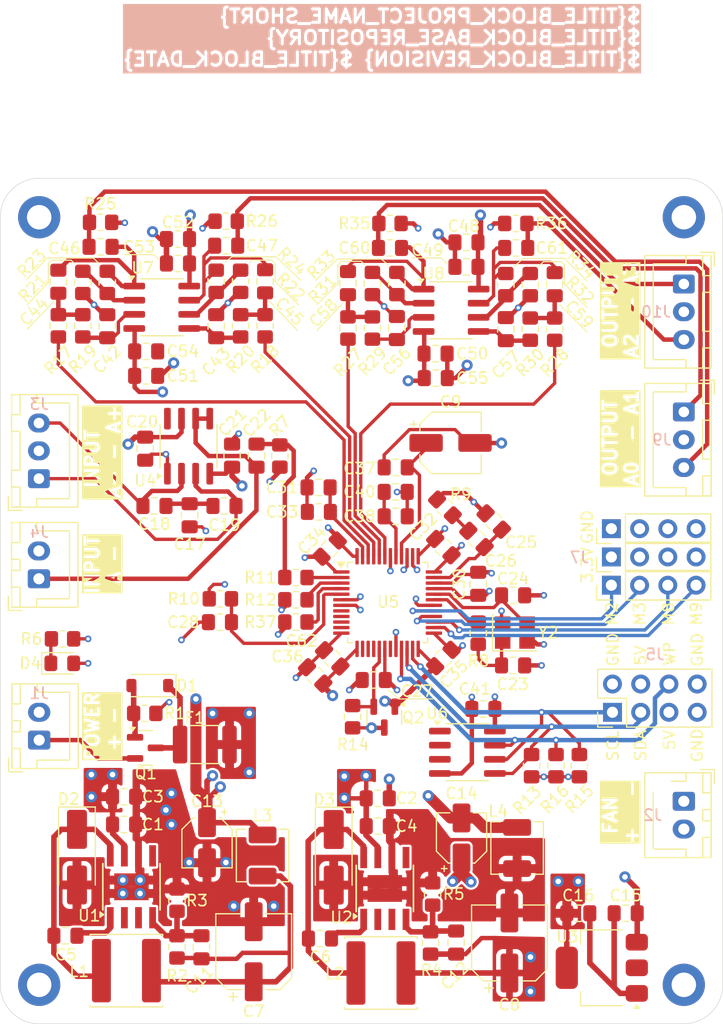
<source format=kicad_pcb>
(kicad_pcb (version 20241229) (generator "pcbnew") (generator_version "9.0")
  (title_block (title "${TITLE_BLOCK_PROJECT_NAME}") (date "${TITLE_BLOCK_DATE}") (rev "${TITLE_BLOCK_REVISION}") (company "${TITLE_BLOCK_AUTHOR}") (comment 1 "${TITLE_BLOCK_REPOSITORY}") (comment 8 "${TITLE_BLOCK_PROJECT_NAME_SHORT}") (comment 9 "${TITLE_BLOCK_BASE_REPOSITORY}"))
  (layers (0 "F.Cu" signal) (4 "In1.Cu" signal) (6 "In2.Cu" signal) (2 "B.Cu" signal) (13 "F.Paste" user) (15 "B.Paste" user) (5 "F.SilkS" user "F.Silkscreen") (7 "B.SilkS" user "B.Silkscreen") (1 "F.Mask" user) (3 "B.Mask" user) (25 "Edge.Cuts" user))
  (net 0 "")
  (net 1 "GND")
  (net 2 "VCC")
  (net 3 "+5V")
  (net 4 "-5V")
  (net 5 "+3.3V")
  (net 6 "+1.8V")
  (net 7 "Net-(C17-Pad2)")
  (net 8 "/analog_input/Audio-")
  (net 9 "/analog_input/Audio+")
  (net 10 "Net-(D2-K)")
  (net 11 "Net-(D3-A)")
  (net 12 "Net-(D1-K)")
  (net 13 "Net-(D1-A)")
  (net 14 "ADAU_AUDIO_INPUT")
  (net 15 "Net-(C23-Pad2)")
  (net 16 "/adau_1701/MCLKI")
  (net 17 "Net-(U1-BOOT)")
  (net 18 "Net-(C26-Pad1)")
  (net 19 "Net-(D3-K)")
  (net 20 "Net-(U2-BOOT)")
  (net 21 "Net-(C11-Pad1)")
  (net 22 "Net-(U1-VSENSE)")
  (net 23 "Net-(U2-VSENSE)")
  (net 24 "ADAU_AUDIO_OUTPUT_0")
  (net 25 "/analog_input/Audio")
  (net 26 "ADAU_AUDIO_OUTPUT_1")
  (net 27 "Net-(U8A-+)")
  (net 28 "Net-(U8B-+)")
  (net 29 "/analog_output/AUDIO_OUT_0")
  (net 30 "Net-(C45-Pad1)")
  (net 31 "/analog_output/AUDIO_OUT_1")
  (net 32 "Net-(U5-PLL_LF)")
  (net 33 "ADAU_AUDIO_OUTPUT_2")
  (net 34 "ADAU_AUDIO_OUTPUT_3")
  (net 35 "Net-(U5-~{RESET})")
  (net 36 "Net-(U5-ADC1)")
  (net 37 "Net-(U5-FILTA)")
  (net 38 "/analog_output/AUDIO_OUT_2")
  (net 39 "Net-(U5-CM)")
  (net 40 "/analog_output/AUDIO_OUT_3")
  (net 41 "/adau_1701/OSC0")
  (net 42 "Net-(U5-FILTD)")
  (net 43 "Net-(U7A-+)")
  (net 44 "/adau_1701/SDA")
  (net 45 "/adau_1701/SCL")
  (net 46 "/adau_1701/WP")
  (net 47 "Net-(U8A--)")
  (net 48 "Net-(U8B--)")
  (net 49 "Net-(U7B-+)")
  (net 50 "Net-(C44-Pad2)")
  (net 51 "Net-(C44-Pad1)")
  (net 52 "Net-(C45-Pad2)")
  (net 53 "Net-(C58-Pad1)")
  (net 54 "Net-(C58-Pad2)")
  (net 55 "Net-(C59-Pad1)")
  (net 56 "Net-(C59-Pad2)")
  (net 57 "Net-(D4-K)")
  (net 58 "Net-(J1-Pin_1)")
  (net 59 "/adau_1701/MP2")
  (net 60 "/adau_1701/MP3")
  (net 61 "/adau_1701/MP9")
  (net 62 "/adau_1701/MP8")
  (net 63 "Net-(U5-ADC0)")
  (net 64 "Net-(U5-ADC_RES)")
  (net 65 "/adau_1701/VDRIVE")
  (net 66 "Net-(U7A--)")
  (net 67 "Net-(U7B--)")
  (footprint "Capacitor_SMD:C_0805_2012Metric_Pad1.18x1.45mm_HandSolder" (layer "F.Cu") (at 29.495 82.0275 180)
    (property "Reference" "C5")
    (property "Value" "10nF" (hide yes))
  )
  (footprint "Capacitor_SMD:C_0805_2012Metric_Pad1.18x1.45mm_HandSolder" (layer "F.Cu") (at 73.51375 23.4625 90)
    (property "Reference" "C59")
    (property "Value" "680pF" (hide yes))
  )
  (footprint "Capacitor_SMD:C_0805_2012Metric_Pad1.18x1.45mm_HandSolder" (layer "F.Cu") (at 59.2075 42.1275 180)
    (property "Reference" "C40")
    (property "Value" "10uF" (hide yes))
  )
  (footprint "Capacitor_SMD:C_0805_2012Metric_Pad1.18x1.45mm_HandSolder" (layer "F.Cu") (at 63.498877 57.061123 -135)
    (property "Reference" "C35")
    (property "Value" "100nF" (hide yes))
  )
  (footprint "Resistor_SMD:R_0805_2012Metric_Pad1.20x1.40mm_HandSolder" (layer "F.Cu") (at 50.2325 51.8275)
    (property "Reference" "R12")
    (property "Value" "18kΩ" (hide yes))
  )
  (footprint "Capacitor_SMD:C_0805_2012Metric_Pad1.18x1.45mm_HandSolder" (layer "F.Cu") (at 43.395 53.84)
    (property "Reference" "C28")
    (property "Value" "100nF" (hide yes))
  )
  (footprint "Connector_PinHeader_2.54mm:PinHeader_1x04_P2.54mm_Vertical" (layer "F.Cu") (at 78.6125 50.52 90)
    (property "Reference" "J7")
    (property "Value" "Conn_01x04_Pin" (hide yes))
  )
  (footprint "Capacitor_SMD:C_0805_2012Metric_Pad1.18x1.45mm_HandSolder" (layer "F.Cu") (at 47.4575 23.2 90)
    (property "Reference" "C45")
    (property "Value" "680pF" (hide yes))
  )
  (footprint "Resistor_SMD:R_0805_2012Metric_Pad1.20x1.40mm_HandSolder" (layer "F.Cu") (at 29.2325 55.34)
    (property "Reference" "R6")
    (property "Value" "2.2kΩ" (hide yes))
  )
  (footprint "Resistor_SMD:R_0805_2012Metric_Pad1.20x1.40mm_HandSolder" (layer "F.Cu") (at 70.01375 18 180)
    (property "Reference" "R36")
    (property "Value" "10kΩ" (hide yes))
  )
  (footprint "Package_TO_SOT_SMD:SOT-23" (layer "F.Cu") (at 36.695 65.14)
    (property "Reference" "Q1")
    (property "Value" "Q_PMOS_GDS" (hide yes))
  )
  (footprint "Capacitor_SMD:C_0805_2012Metric_Pad1.18x1.45mm_HandSolder" (layer "F.Cu") (at 28.8575 23.2375 90)
    (property "Reference" "C44")
    (property "Value" "680pF" (hide yes))
  )
  (footprint "Package_SO:SOIC-8_3.9x4.9mm_P1.27mm" (layer "F.Cu") (at 65.6575 65.535)
    (property "Reference" "U6")
    (property "Value" "24LC256" (hide yes))
  )
  (footprint "Resistor_SMD:R_0805_2012Metric_Pad1.20x1.40mm_HandSolder" (layer "F.Cu") (at 71.31375 23.5 90)
    (property "Reference" "R32")
    (property "Value" "10kΩ" (hide yes))
  )
  (footprint "Capacitor_SMD:C_0805_2012Metric_Pad1.18x1.45mm_HandSolder" (layer "F.Cu") (at 66.6325 50.39 90)
    (property "Reference" "C30")
    (property "Value" "100nF" (hide yes))
  )
  (footprint "Capacitor_SMD:C_0805_2012Metric_Pad1.18x1.45mm_HandSolder" (layer "F.Cu") (at 36.7575 29.5)
    (property "Reference" "C54")
    (property "Value" "100nF" (hide yes))
  )
  (footprint "Capacitor_SMD:C_0805_2012Metric_Pad1.18x1.45mm_HandSolder" (layer "F.Cu") (at 36.668125 38.244375 -90)
    (property "Reference" "C20")
    (property "Value" "100nF" (hide yes))
  )
  (footprint "Resistor_SMD:R_0805_2012Metric_Pad1.20x1.40mm_HandSolder" (layer "F.Cu") (at 57.11375 27.4 -90)
    (property "Reference" "R29")
    (property "Value" "8.2kΩ" (hide yes))
  )
  (footprint "Capacitor_SMD:C_0805_2012Metric_Pad1.18x1.45mm_HandSolder" (layer "F.Cu") (at 68.031631 44.793877 -45)
    (property "Reference" "C25")
    (property "Value" "3.3nF" (hide yes))
  )
  (footprint "Resistor_SMD:R_0805_2012Metric_Pad1.20x1.40mm_HandSolder" (layer "F.Cu") (at 43.0575 23.2 90)
    (property "Reference" "R24")
    (property "Value" "10kΩ" (hide yes))
  )
  (footprint "Capacitor_SMD:C_0805_2012Metric_Pad1.18x1.45mm_HandSolder" (layer "F.Cu") (at 65.57625 21.9 180)
    (property "Reference" "C49")
    (property "Value" "100nF" (hide yes))
  )
  (footprint "Connector_PinHeader_2.54mm:PinHeader_1x04_P2.54mm_Vertical" (layer "F.Cu") (at 78.6125 47.98 90)
    (property "Reference" "J6" (hide yes))
    (property "Value" "Conn_01x04_Pin" (hide yes))
  )
  (footprint "Diode_SMD:D_SMA_Handsoldering" (layer "F.Cu") (at 30.5325 74.965 -90)
    (property "Reference" "D2")
    (property "Value" "B340A" (hide yes))
  )
  (footprint "Capacitor_SMD:C_0805_2012Metric_Pad1.18x1.45mm_HandSolder" (layer "F.Cu") (at 64.643926 82.64 90)
    (property "Reference" "C12")
    (property "Value" "22pF" (hide yes))
  )
  (footprint "Capacitor_SMD:C_0805_2012Metric_Pad1.18x1.45mm_HandSolder" (layer "F.Cu") (at 79.90125 80.00875)
    (property "Reference" "C15")
    (property "Value" "10uF" (hide yes))
  )
  (footprint "Resistor_SMD:R_0805_2012Metric_Pad1.20x1.40mm_HandSolder" (layer "F.Cu") (at 57.11375 23.4 90)
    (property "Reference" "R31")
    (property "Value" "10kΩ" (hide yes))
  )
  (footprint "Capacitor_SMD:C_0805_2012Metric_Pad1.18x1.45mm_HandSolder" (layer "F.Cu") (at 59.31375 27.4 -90)
    (property "Reference" "C56")
    (property "Value" "820pF" (hide yes))
  )
  (footprint "Capacitor_SMD:C_0805_2012Metric_Pad1.18x1.45mm_HandSolder" (layer "F.Cu") (at 63.498877 47.093877 -45)
    (property "Reference" "C32")
    (property "Value" "100nF" (hide yes))
  )
  (footprint "Package_SO:SOIC-8_3.9x4.9mm_P1.27mm" (layer "F.Cu") (at 38.1575 25.535)
    (property "Reference" "U7")
    (property "Value" "OPA1612AxD" (hide yes))
  )
  (footprint "Capacitor_SMD:C_0805_2012Metric_Pad1.18x1.45mm_HandSolder" (layer "F.Cu") (at 43.0575 27.2375 -90)
    (property "Reference" "C43")
    (property "Value" "820pF" (hide yes))
  )
  (footprint "Resistor_SMD:R_0805_2012Metric_Pad1.20x1.40mm_HandSolder" (layer "F.Cu") (at 45.2575 23.2 90)
    (property "Reference" "R22")
    (property "Value" "10kΩ" (hide yes))
  )
  (footprint "Capacitor_SMD:C_0805_2012Metric_Pad1.18x1.45mm_HandSolder" (layer "F.Cu") (at 40.668125 44.231875 90)
    (property "Reference" "C17")
    (property "Value" "47pF" (hide yes))
  )
  (footprint "Capacitor_SMD:C_0805_2012Metric_Pad1.18x1.45mm_HandSolder" (layer "F.Cu") (at 69.11375 27.5 -90)
    (property "Reference" "C57")
    (property "Value" "820pF" (hide yes))
  )
  (footprint "Capacitor_SMD:C_0805_2012Metric_Pad1.18x1.45mm_HandSolder" (layer "F.Cu") (at 53.265254 47.2275 45)
    (property "Reference" "C34")
    (property "Value" "100nF" (hide yes))
  )
  (footprint "Capacitor_SMD:CP_Elec_6.3x7.7" (layer "F.Cu") (at 69.443926 82.6775 90)
    (property "Reference" "C8")
    (property "Value" "220uF" (hide yes))
  )
  (footprint "Capacitor_SMD:C_0805_2012Metric_Pad1.18x1.45mm_HandSolder" (layer "F.Cu") (at 62.795 29.7)
    (property "Reference" "C50")
    (property "Value" "100nF" (hide yes))
  )
  (footprint "Capacitor_SMD:C_0805_2012Metric_Pad1.18x1.45mm_HandSolder" (layer "F.Cu") (at 62.81375 31.9)
    (property "Reference" "C55")
    (property "Value" "10uF" (hide yes))
  )
  (footprint "Connector_JST:JST_XH_B2B-XH-A_1x02_P2.50mm_Vertical" (layer "F.Cu") (at 27.1075 49.94 90)
    (property "Reference" "J4")
    (property "Value" "Conn_01x02_Pin" (hide yes))
  )
  (footprint "Capacitor_SMD:C_0805_2012Metric_Pad1.18x1.45mm_HandSolder" (layer "F.Cu") (at 43.805625 43.394375)
    (property "Reference" "C19")
    (property "Value" "470pF" (hide yes))
  )
  (footprint "Capacitor_SMD:C_0805_2012Metric_Pad1.18x1.45mm_HandSolder" (layer "F.Cu") (at 75.63875 80.00875 180)
    (property "Reference" "C16")
    (property "Value" "10uF" (hide yes))
  )
  (footprint "Resistor_SMD:R_0805_2012Metric_Pad1.20x1.40mm_HandSolder" (layer "F.Cu") (at 31.0575 23.3 90)
    (property "Reference" "R21")
    (property "Value" "10kΩ" (hide yes))
  )
  (footprint "Resistor_SMD:R_0805_2012Metric_Pad1.20x1.40mm_HandSolder" (layer "F.Cu") (at 59.31375 23.4 90)
    (property "Reference" "R33")
    (property "Value" "10kΩ" (hide yes))
  )
  (footprint "Capacitor_SMD:C_0805_2012Metric_Pad1.18x1.45mm_HandSolder" (layer "F.Cu") (at 53.498877 57.093877 -45)
    (property "Reference" "C62")
    (property "Value" "100nF" (hide yes))
  )
  (footprint "Connector_PinHeader_2.54mm:PinHeader_1x04_P2.54mm_Vertical" (layer "F.Cu") (at 78.6125 45.44 90)
    (property "Reference" "J8" (hide yes))
    (property "Value" "Conn_01x04_Pin" (hide yes))
  )
  (footprint "Capacitor_SMD:C_0805_2012Metric_Pad1.18x1.45mm_HandSolder" (layer "F.Cu") (at 51.965254 58.6275 -45)
    (property "Reference" "C36")
    (property "Value" "10uF" (hide yes))
  )
  (footprint "Package_TO_SOT_SMD:SOT-23" (layer "F.Cu") (at 58.1825 62.3775 -90)
    (property "Reference" "Q2")
    (property "Value" "PNP" (hide yes))
  )
  (footprint "Capacitor_SMD:C_0805_2012Metric_Pad1.18x1.45mm_HandSolder" (layer "F.Cu") (at 34.77 69.5275)
    (property "Reference" "C3")
    (property "Value" "10uF" (hide yes))
  )
  (footprint "Capacitor_SMD:C_0805_2012Metric_Pad1.18x1.45mm_HandSolder" (layer "F.Cu") (at 66.478623 46.361123 -45)
    (property "Reference" "C26")
    (property "Value" "56nF" (hide yes))
  )
  (footprint "Capacitor_SMD:C_0805_2012Metric_Pad1.18x1.45mm_HandSolder" (layer "F.Cu") (at 69.77 51.4275 180)
    (property "Reference" "C24")
    (property "Value" "22pF" (hide yes))
  )
  (footprint "Resistor_SMD:R_0805_2012Metric_Pad1.20x1.40mm_HandSolder" (layer "F.Cu") (at 55.3325 62.34 90)
    (property "Reference" "R14")
    (property "Value" "1kΩ" (hide yes))
  )
  (footprint "Resistor_SMD:R_0805_2012Metric_Pad1.20x1.40mm_HandSolder" (layer "F.Cu") (at 39.5325 78.8275 90)
    (property "Reference" "R3")
    (property "Value" "3.3k" (hide yes))
  )
  (footprint "Capacitor_SMD:C_0805_2012Metric_Pad1.18x1.45mm_HandSolder" (layer "F.Cu") (at 70.05125 20.2)
    (property "Reference" "C61")
    (property "Value" "1uF" (hide yes))
  )
  (footprint "Capacitor_SMD:CP_Elec_6.3x7.7" (layer "F.Cu") (at 46.4325 83.465 90)
    (property "Reference" "C7")
    (property "Value" "220uF" (hide yes))
  )
  (footprint "Package_SO:TI_SO-PowerPAD-8" (layer "F.Cu") (at 35.4325 77.6275 90)
    (property "Reference" "U1")
    (property "Value" "TPS5430DDA" (hide yes))
  )
  (footprint "Connector_JST:JST_XH_B3B-XH-A_1x03_P2.50mm_Vertical" (layer "F.Cu") (at 27.1075 40.94 90)
    (property "Reference" "J3")
    (property "Value" "Conn_01x03_Pin" (hide yes))
  )
  (footprint "Resistor_SMD:R_0805_2012Metric_Pad1.20x1.40mm_HandSolder" (layer "F.Cu") (at 48.786875 38.906875 -90)
    (property "Reference" "R7")
    (property "Value" "10kΩ" (hide yes))
  )
  (footprint "Resistor_SMD:R_0805_2012Metric_Pad1.20x1.40mm_HandSolder" (layer "F.Cu") (at 63.637893 43.520393 135)
    (property "Reference" "R9")
    (property "Value" "475Ω" (hide yes))
  )
  (footprint "Resistor_SMD:R_0805_2012Metric_Pad1.20x1.40mm_HandSolder" (layer "F.Cu") (at 33.2575 23.3 90)
    (property "Reference" "R23")
    (property "Value" "10kΩ" (hide yes))
  )
  (footprint "balanced-receiver:Fuse_1812_4532Metric_Pad1.30x3.40mm_HandSolder" (layer "F.Cu") (at 42.0325 64.84)
    (property "Reference" "F1")
    (property "Value" "600mA" (hide yes))
  )
  (footprint "Resistor_SMD:R_0805_2012Metric_Pad1.20x1.40mm_HandSolder" (layer "F.Cu") (at 62.343926 82.6775 -90)
    (property "Reference" "R4")
    (property "Value" "10kΩ" (hide yes))
  )
  (footprint "Resistor_SMD:R_0805_2012Metric_Pad1.20x1.40mm_HandSolder" (layer "F.Cu") (at 71.4325 66.74 90)
    (property "Reference" "R13")
    (property "Value" "2.2kΩ" (hide yes))
  )
  (footprint "LED_SMD:LED_0805_2012Metric_Pad1.15x1.40mm_HandSolder" (layer "F.Cu") (at 29.2075 57.54)
    (property "Reference" "D4")
    (property "Value" "LED" (hide yes))
  )
  (footprint "Capacitor_SMD:C_0805_2012Metric_Pad1.18x1.45mm_HandSolder" (layer "F.Cu") (at 54.91375 23.3625 90)
    (property "Reference" "C58")
    (property "Value" "680pF" (hide yes))
  )
  (footprint "Resistor_SMD:R_0805_2012Metric_Pad1.20x1.40mm_HandSolder" (layer "F.Cu") (at 39.5325 83.0275 -90)
    (property "Reference" "R2")
    (property "Value" "10kΩ" (hide yes))
  )
  (footprint "Diode_SMD:D_SOD-123" (layer "F.Cu") (at 37.0825 59.54 180)
    (property "Reference" "D1")
    (property "Value" "9V" (hide yes))
  )
  (footprint "balanced-receiver:JST_XH_B2B-XH-AM_1x02_P2.50mm_Vertical" (layer "F.Cu") (at 85.1325 69.94 -90)
    (property "Reference" "J2")
    (property "Value" "Screw_Terminal_01x02" (hide yes))
  )
  (footprint "Resistor_SMD:R_0805_2012Metric_Pad1.20x1.40mm_HandSolder" (layer "F.Cu") (at 50.2325 49.8275)
    (property "Reference" "R11")
    (property "Value" "18kΩ" (hide yes))
  )
  (footprint "Capacitor_SMD:C_0805_2012Metric_Pad1.18x1.45mm_HandSolder" (layer "F.Cu") (at 37.505625 43.394375)
    (property "Reference" "C18")
    (property "Value" "470pF" (hide yes))
  )
  (footprint "Resistor_SMD:R_0805_2012Metric_Pad1.20x1.40mm_HandSolder" (layer "F.Cu") (at 62.531426 78.2775 90)
    (property "Reference" "R5")
    (property "Value" "3.3kΩ" (hide yes))
  )
  (footprint "Resistor_SMD:R_0805_2012Metric_Pad1.20x1.40mm_HandSolder" (layer "F.Cu") (at 28.8575 27.2 90)
    (property "Reference" "R17")
    (property "Value" "6.2kΩ" (hide yes))
  )
  (footprint "Capacitor_SMD:C_0805_2012Metric_Pad1.18x1.45mm_HandSolder" (layer "F.Cu") (at 57.593926 69.6775)
    (property "Reference" "C2")
    (property "Value" "10uF" (hide yes))
  )
  (footprint "Resistor_SMD:R_0805_2012Metric_Pad1.20x1.40mm_HandSolder" (layer "F.Cu") (at 32.6575 17.9)
    (property "Reference" "R25")
    (property "Value" "10kΩ" (hide yes))
  )
  (footprint "Capacitor_SMD:C_0805_2012Metric_Pad1.18x1.45mm_HandSolder" (layer "F.Cu") (at 39.62 21.6 180)
    (property "Reference" "C53")
    (property "Value" "100nF" (hide yes))
  )
  (footprint "Package_TO_SOT_SMD:SOT-223-3_TabPin2" (layer "F.Cu") (at 77.75125 84.90875 180)
    (property "Reference" "U3")
    (property "Value" "LM1117DT-3.3" (hide yes))
  )
  (footprint "Resistor_SMD:R_0805_2012Metric_Pad1.20x1.40mm_HandSolder" (layer "F.Cu") (at 50.2325 53.8275 180)
    (property "Reference" "R37")
    (property "Value" "18kΩ" (hide yes))
  )
  (footprint "Capacitor_SMD:C_0805_2012Metric_Pad1.18x1.45mm_HandSolder" (layer "F.Cu") (at 67.095 61.64 180)
    (property "Reference" "C41")
    (property "Value" "100nF" (hide yes))
  )
  (footprint "Resistor_SMD:R_0805_2012Metric_Pad1.20x1.40mm_HandSolder" (layer "F.Cu") (at 75.7325 66.74 90)
    (property "Reference" "R15")
    (property "Value" "2.2kΩ" (hide yes))
  )
  (footprint "Capacitor_SMD:C_0805_2012Metric_Pad1.18x1.45mm_HandSolder" (layer "F.Cu") (at 39.62 19.4 180)
    (property "Reference" "C52")
    (property "Value" "10uF" (hide yes))
  )
  (footprint "Resistor_SMD:R_0805_2012Metric_Pad1.20x1.40mm_HandSolder" (layer "F.Cu") (at 66.6325 54.8275 -90)
    (property "Reference" "R8")
    (property "Value" "100Ω" (hide yes))
  )
  (footprint "Capacitor_SMD:C_0805_2012Metric_Pad1.18x1.45mm_HandSolder" (layer "F.Cu") (at 57.593926 72.1775)
    (property "Reference" "C4")
    (property "Value" "10uF" (hide yes))
  )
  (footprint "Resistor_SMD:R_0805_2012Metric_Pad1.20x1.40mm_HandSolder" (layer "F.Cu") (at 58.695 18)
    (property "Reference" "R35")
    (property "Value" "10kΩ" (hide yes))
  )
  (footprint "Capacitor_SMD:C_0805_2012Metric_Pad1.18x1.45mm_HandSolder" (layer "F.Cu") (at 69.77 57.7275 180)
    (property "Reference" "C23")
    (property "Value" "22pF" (hide yes))
  )
  (footprint "Package_SO:TI_SO-PowerPAD-8" (layer "F.Cu") (at 58.231426 77.7775 90)
    (property "Reference" "U2")
    (property "Value" "TPS5430DDA" (hide yes))
  )
  (footprint "Capacitor_SMD:C_0805_2012Metric_Pad1.18x1.45mm_HandSolder" (layer "F.Cu") (at 34.77 72.0275)
    (property "Reference" "C1")
    (property "Value" "10uF" (hide yes))
  )
  (footprint "Inductor_SMD:L_APV_ANR6028" (layer "F.Cu") (at 34.9825 85.165)
    (property "Reference" "L1")
    (property "Value" "22uH" (hide yes))
  )
  (footprint "Capacitor_SMD:C_0805_2012Metric_Pad1.18x1.45mm_HandSolder" (layer "F.Cu") (at 58.695 20.2 180)
    (property "Reference" "C60")
    (property "Value" "1uF" (hide yes))
  )
  (footprint "Package_SO:SOIC-8_3.9x4.9mm_P1.27mm" (layer "F.Cu") (at 40.573125 38.019375 90)
    (property "Reference" "U4")
    (property "Value" "THAT1240" (hide yes))
  )
  (footprint "MountingHole:MountingHole_2.2mm_M2_DIN965_Pad_TopBottom" (layer "F.Cu") (at 27.1325 17.44)
    (property "Reference" "H4" (hide yes))
    (property "Value" "MountingHole_Pad_MP" (hide yes))
  )
  (footprint "Package_SO:SOIC-8_3.9x4.9mm_P1.27mm" (layer "F.Cu") (at 64.195 25.805)
    (property "Reference" "U8")
    (property "Value" "OPA1612AxD" (hide yes))
  )
  (footprint "Resistor_SMD:R_0805_2012Metric_Pad1.20x1.40mm_HandSolder" (layer "F.Cu") (at 73.6325 66.74 90)
    (property "Reference" "R16")
    (property "Value" "10kΩ" (hide yes))
  )
  (footprint "Capacitor_SMD:C_0805_2012Metric_Pad1.18x1.45mm_HandSolder" (layer "F.Cu") (at 59.2075 39.9275)
    (property "Reference" "C37")
    (property "Value" "100nF" (hide yes))
  )
  (footprint "Capacitor_SMD:C_0805_2012Metric_Pad1.18x1.45mm_HandSolder" (layer "F.Cu") (at 59.2075 44.3275 180)
    (property "Reference" "C38")
    (property "Value" "100nF" (hide yes))
  )
  (footprint "Resistor_SMD:R_0805_2012Metric_Pad1.20x1.40mm_HandSolder" (layer "F.Cu") (at 45.2575 27.2 -90)
    (property "Reference" "R20")
    (property "Value" "8.2kΩ" (hide yes))
  )
  (footprint "Capacitor_SMD:C_0805_2012Metric_Pad1.18x1.45mm_HandSolder" (layer "F.Cu") (at 57.2325 59.04)
    (property "Reference" "C27")
    (property "Value" "100nF" (hide yes))
  )
  (footprint "Package_QFP:LQFP-48_7x7mm_P0.5mm" (layer "F.Cu") (at 58.4825 52.0775)
    (property "Reference" "U5")
    (property "Value" "ADAU1701" (hide yes))
  )
  (footprint "Capacitor_SMD:C_0805_2012Metric_Pad1.18x1.45mm_HandSolder" (layer "F.Cu") (at 65.57625 19.7 180)
    (property "Reference" "C48")
    (property "Value" "10uF" (hide yes))
  )
  (footprint "Resistor_SMD:R_0805_2012Metric_Pad1.20x1.40mm_HandSolder" (layer "F.Cu") (at 36.6325 62.04)
    (property "Reference" "R1")
    (property "Value" "100kΩ" (hide yes))
  )
  (footprint "Capacitor_SMD:CP_Elec_5x5.4" (layer "F.Cu") (at 64.145 37.7275)
    (property "Reference" "C9")
    (property "Value" "47uF" (hide yes))
  )
  (footprint "Capacitor_SMD:C_0805_2012Metric_Pad1.18x1.45mm_HandSolder" (layer "F.Cu") (at 32.6575 20.1 180)
    (property "Reference" "C46")
    (property "Value" "1uF" (hide yes))
  )
  (footprint "Resistor_SMD:R_0805_2012Metric_Pad1.20x1.40mm_HandSolder" (layer "F.Cu") (at 31.0575 27.2 -90)
    (property "Reference" "R19")
    (property "Value" "8.2kΩ" (hide yes))
  )
  (footprint "Resistor_SMD:R_0805_2012Metric_Pad1.20x1.40mm_HandSolder" (layer "F.Cu") (at 47.4575 27.2 90)
    (property "Reference" "R18")
    (property "Value" "6.2kΩ" (hide yes))
  )
  (footprint "Resistor_SMD:R_0805_2012Metric_Pad1.20x1.40mm_HandSolder" (layer "F.Cu") (at 71.31375 27.5 -90)
    (property "Reference" "R30")
    (property "Value" "8.2kΩ" (hide yes))
  )
  (footprint "Capacitor_SMD:C_0805_2012Metric_Pad1.18x1.45mm_HandSolder" (layer "F.Cu") (at 52.295 43.9275)
    (property "Reference" "C33")
    (property "Value" "100nF" (hide yes))
  )
  (footprint "Capacitor_SMD:C_0805_2012Metric_Pad1.18x1.45mm_HandSolder" (layer "F.Cu") (at 46.686875 38.869375 90)
    (property "Reference" "C22")
    (property "Value" "1uF" (hide yes))
  )
  (footprint "Resistor_SMD:R_0805_2012Metric_Pad1.20x1.40mm_HandSolder" (layer "F.Cu") (at 69.11375 23.5 90)
    (property "Reference" "R34")
    (property "Value" "10kΩ" (hide yes))
  )
  (footprint "MountingHole:MountingHole_2.2mm_M2_DIN965_Pad_TopBottom" (layer "F.Cu") (at 85.1325 17.44)
    (property "Reference" "H3" (hide yes))
    (property "Value" "MountingHole_Pad_MP" (hide yes))
  )
  (footprint "Resistor_SMD:R_0805_2012Metric_Pad1.20x1.40mm_HandSolder" (layer "F.Cu") (at 43.9575 17.8 180)
    (property "Reference" "R26")
    (property "Value" "10kΩ" (hide yes))
  )
  (footprint "Capacitor_SMD:C_0805_2012Metric_Pad1.18x1.45mm_HandSolder" (layer "F.Cu") (at 52.27 41.7275)
    (property "Reference" "C31")
    (property "Value" "10uF" (hide yes))
  )
  (footprint "Connector_JST:JST_XH_B3B-XH-A_1x03_P2.50mm_Vertical" (layer "F.Cu") (at 85.1325 34.94 -90)
    (property "Reference" "J9")
    (property "Value" "Conn_01x03_Pin" (hide yes))
  )
  (footprint "Resistor_SMD:R_0805_2012Metric_Pad1.20x1.40mm_HandSolder" (layer "F.Cu") (at 54.91375 27.4 90)
    (property "Reference" "R27")
    (property "Value" "6.2kΩ" (hide yes))
  )
  (footprint "Capacitor_SMD:C_0805_2012Metric_Pad1.18x1.45mm_HandSolder" (layer "F.Cu") (at 52.393926 82.2775 180)
    (property "Reference" "C6")
    (property "Value" "10nF" (hide yes))
  )
  (footprint "Resistor_SMD:R_0805_2012Metric_Pad1.20x1.40mm_HandSolder" (layer "F.Cu") (at 43.4325 51.74)
    (property "Reference" "R10")
    (property "Value" "10k" (hide yes))
  )
  (footprint "MountingHole:MountingHole_2.2mm_M2_DIN965_Pad_TopBottom" (layer "F.Cu") (at 27.1325 86.44)
    (property "Reference" "H1" (hide yes))
    (property "Value" "MountingHole_Pad_MP" (hide yes))
  )
  (footprint "Crystal:Crystal_SMD_3225-4Pin_3.2x2.5mm" (layer "F.Cu") (at 69.9325 54.7775)
    (property "Reference" "Y2")
    (property "Value" "12.288MHz" (hide yes))
  )
  (footprint "Connector_JST:JST_XH_B2B-XH-A_1x02_P2.50mm_Vertical" (layer "F.Cu") (at 27.1325 64.44 90)
    (property "Reference" "J1")
    (property "Value" "Power" (hide yes))
  )
  (footprint "Inductor_SMD:L_APV_ANR6028" (layer "F.Cu") (at 57.881426 85.3775)
    (property "Reference" "L2")
    (property "Value" "22uH" (hide yes))
  )
  (footprint "Capacitor_SMD:C_0805_2012Metric_Pad1.18x1.45mm_HandSolder" (layer "F.Cu") (at 33.2575 27.2375 -90)
    (property "Reference" "C42")
    (property "Value" "820pF" (hide yes))
  )
  (footprint "MountingHole:MountingHole_2.2mm_M2_DIN965_Pad_TopBottom" (layer "F.Cu") (at 85.1325 86.44)
    (property "Reference" "H2" (hide yes))
    (property "Value" "MountingHole_Pad_MP" (hide yes))
  )
  (footprint "Inductor_SMD:L_APV_APH0420" (layer "F.Cu") (at 70.1325 74.14 90)
    (property "Reference" "L4")
    (property "Value" "1uH" (hide yes))
  )
  (footprint "Capacitor_SMD:C_0805_2012Metric_Pad1.18x1.45mm_HandSolder" (layer "F.Cu") (at 36.7575 31.7)
    (property "Reference" "C51")
    (property "Value" "10uF" (hide yes))
  )
  (footprint "Resistor_SMD:R_0805_2012Metric_Pad1.20x1.40mm_HandSolder" (layer "F.Cu") (at 73.51375 27.5 90)
    (property "Reference" "R28")
    (property "Value" "6.2kΩ" (hide yes))
  )
  (footprint "Capacitor_SMD:C_0805_2012Metric_Pad1.18x1.45mm_HandSolder" (layer "F.Cu") (at 43.9575 20)
    (property "Reference" "C47")
    (property "Value" "1uF" (hide yes))
  )
  (footprint "Connector_JST:JST_XH_B3B-XH-A_1x03_P2.50mm_Vertical" (layer "F.Cu") (at 85.1325 23.44 -90)
    (property "Reference" "J10")
    (property "Value" "Conn_01x03_Pin" (hide yes))
  )
  (footprint "Capacitor_SMD:C_0805_2012Metric_Pad1.18x1.45mm_HandSolder" (layer "F.Cu") (at 44.486875 38.869375 90)
    (property "Reference" "C21")
    (property "Value" "100nF" (hide yes))
  )
  (footprint "Capacitor_SMD:C_0805_2012Metric_Pad1.18x1.45mm_HandSolder" (layer "F.Cu") (at 41.7325 83.065 90)
    (property "Reference" "C11")
    (property "Value" "22pF" (hide yes))
  )
  (footprint "Diode_SMD:D_SMA_Handsoldering" (layer "F.Cu") (at 53.6325 74.9775 -90)
    (property "Reference" "D3")
    (property "Value" "B340A" (hide yes))
  )
  (footprint "Capacitor_SMD:CP_Elec_4x5.4" (layer "F.Cu") (at 65.1325 73.24 90)
    (property "Reference" "C14")
    (property "Value" "22uF" (hide yes))
  )
  (footprint "Capacitor_SMD:CP_Elec_4x5.4" (layer "F.Cu") (at 42.2325 73.665 -90)
    (property "Reference" "C13")
    (property "Value" "22uF" (hide yes))
  )
  (footprint "Connector_PinHeader_2.54mm:PinHeader_2x04_P2.54mm_Vertical" (layer "F.Cu") (at 78.7125 61.94 90)
    (property "Reference" "J5")
    (property "Value" "Conn_02x04_Odd_Even" (hide yes))
  )
  (footprint "Inductor_SMD:L_APV_APH0420" (layer "F.Cu") (at 47.2325 74.815 90)
    (property "Reference" "L3")
    (property "Value" "1uH" (hide yes))
  )
  (gr_line (start 76.395 25.5375) (end 74.495 23.5375) (stroke (width 0.1)) (layer "F.SilkS"))
  (gr_line (start 44.4575 21) (end 43.8575 21.5) (stroke (width 0.1)) (layer "F.SilkS"))
  (gr_line (start 70.695 21.1375) (end 69.895 21.8375) (stroke (width 0.1)) (layer "F.SilkS"))
  (gr_line (start 48.4575 21) (end 44.4575 21) (stroke (width 0.1)) (layer "F.SilkS"))
  (gr_line (start 26.0575 25.3) (end 27.9575 23.3) (stroke (width 0.1)) (layer "F.SilkS"))
  (gr_line (start 50.3575 27.6) (end 47.8575 25) (stroke (width 0.1)) (layer "F.SilkS"))
  (gr_line (start 48.3575 21.6) (end 48.0575 21.3) (stroke (width 0.1)) (layer "F.SilkS"))
  (gr_line (start 52.11375 25.3) (end 54.01375 23.4) (stroke (width 0.1)) (layer "F.SilkS"))
  (gr_line (start 74.395 21.7375) (end 74.095 21.4375) (stroke (width 0.1)) (layer "F.SilkS"))
  (gr_line (start 37.4575 20.8) (end 37.8575 21.2) (stroke (width 0.1)) (layer "F.SilkS"))
  (gr_line (start 76.395 27.7375) (end 73.895 25.2375) (stroke (width 0.1)) (layer "F.SilkS"))
  (gr_line (start 53.96375 21.2) (end 57.91375 21.2) (stroke (width 0.1)) (layer "F.SilkS"))
  (gr_line (start 52.1575 27.6) (end 54.43875 25.1875) (stroke (width 0.1)) (layer "F.SilkS"))
  (gr_line (start 63.31375 21.1) (end 63.81375 21.6) (stroke (width 0.1)) (layer "F.SilkS"))
  (gr_line (start 30.0075 21.3) (end 30.3075 21.6) (stroke (width 0.1)) (layer "F.SilkS"))
  (gr_line (start 54.01375 21.71875) (end 54.3325 21.4) (stroke (width 0.1)) (layer "F.SilkS"))
  (gr_line (start 76.395 23.1375) (end 74.395 21.1375) (stroke (width 0.1)) (layer "F.SilkS"))
  (gr_line (start 50.4575 25.3) (end 48.3575 23.2) (stroke (width 0.1)) (layer "F.SilkS"))
  (gr_line (start 62.5325 60.74) (end 59.8325 60.74) (stroke (width 0.1)) (layer "F.SilkS"))
  (gr_line (start 27.8575 21.1) (end 32.0075 21.1) (stroke (width 0.1)) (layer "F.SilkS"))
  (gr_line (start 48.3575 23.2) (end 48.3575 21.6) (stroke (width 0.1)) (layer "F.SilkS"))
  (gr_line (start 27.9575 23.3) (end 27.9575 21.6) (stroke (width 0.1)) (layer "F.SilkS"))
  (gr_line (start 50.6575 23.1) (end 48.4575 21) (stroke (width 0.1)) (layer "F.SilkS"))
  (gr_line (start 26.0575 23) (end 27.8575 21.1) (stroke (width 0.1)) (layer "F.SilkS"))
  (gr_line (start 74.095 21.4375) (end 72.495 21.4375) (stroke (width 0.1)) (layer "F.SilkS"))
  (gr_line (start 74.395 21.1375) (end 70.695 21.1375) (stroke (width 0.1)) (layer "F.SilkS"))
  (gr_line (start 28.2575 21.3) (end 30.0075 21.3) (stroke (width 0.1)) (layer "F.SilkS"))
  (gr_line (start 48.0575 21.3) (end 46.2575 21.3) (stroke (width 0.1)) (layer "F.SilkS"))
  (gr_line (start 32.0075 21.1) (end 32.5075 21.6) (stroke (width 0.1)) (layer "F.SilkS"))
  (gr_line (start 54.3325 21.4) (end 56.11375 21.4) (stroke (width 0.1)) (layer "F.SilkS"))
  (gr_line (start 60.71375 21.1) (end 63.31375 21.1) (stroke (width 0.1)) (layer "F.SilkS"))
  (gr_line (start 54.01375 23.4) (end 54.01375 21.7375) (stroke (width 0.1)) (layer "F.SilkS"))
  (gr_line (start 52.01375 23.1) (end 53.96375 21.2) (stroke (width 0.1)) (layer "F.SilkS"))
  (gr_line (start 72.495 21.4375) (end 72.095 21.8375) (stroke (width 0.1)) (layer "F.SilkS"))
  (gr_line (start 74.395 23.4375) (end 74.395 21.7375) (stroke (width 0.1)) (layer "F.SilkS"))
  (gr_line (start 46.2575 21.3) (end 46.0575 21.5) (stroke (width 0.1)) (layer "F.SilkS"))
  (gr_line (start 26.0575 27.5) (end 28.4575 25) (stroke (width 0.1)) (layer "F.SilkS"))
  (gr_line (start 59.5325 60.74) (end 58.5325 59.94) (stroke (width 0.1)) (layer "F.SilkS"))
  (gr_line (start 34.7575 20.8) (end 37.4575 20.8) (stroke (width 0.1)) (layer "F.SilkS"))
  (gr_line (start 56.11375 21.4) (end 56.41375 21.7) (stroke (width 0.1)) (layer "F.SilkS"))
  (gr_line (start 57.91375 21.2) (end 58.51375 21.7) (stroke (width 0.1)) (layer "F.SilkS"))
  (gr_line (start 27.9575 21.6) (end 28.2575 21.3) (stroke (width 0.1)) (layer "F.SilkS"))
  (gr_line (start 59.8325 60.74) (end 59.5325 60.74) (stroke (width 0.1)) (layer "F.SilkS"))
  (gr_line (start 74.495 23.5375) (end 74.395 23.4375) (stroke (width 0.1)) (layer "F.SilkS"))
  (gr_arc (start 88.6325 86.44) (mid 87.607374 88.914874) (end 85.1325 89.94) (stroke (width 0.05)) (layer "Edge.Cuts"))
  (gr_line (start 23.6325 86.44) (end 23.6325 17.44) (stroke (width 0.05)) (layer "Edge.Cuts"))
  (gr_arc (start 85.1325 13.94) (mid 87.607374 14.965126) (end 88.6325 17.44) (stroke (width 0.05)) (layer "Edge.Cuts"))
  (gr_line (start 85.1325 89.94) (end 27.1325 89.94) (stroke (width 0.05)) (layer "Edge.Cuts"))
  (gr_arc (start 27.1325 89.94) (mid 24.657626 88.914874) (end 23.6325 86.44) (stroke (width 0.05)) (layer "Edge.Cuts"))
  (gr_line (start 88.6325 17.44) (end 88.6325 86.44) (stroke (width 0.05)) (layer "Edge.Cuts"))
  (gr_line (start 27.1325 13.94) (end 85.1325 13.94) (stroke (width 0.05)) (layer "Edge.Cuts"))
  (gr_arc (start 23.6325 17.44) (mid 24.657626 14.965126) (end 27.1325 13.94) (stroke (width 0.05)) (layer "Edge.Cuts"))
  (gr_text "SDA" (at 81.8325 66.44 90) (layer "F.SilkS") (effects (font (size 1 1)) (justify left bottom)))
  (gr_text "5V" (at 84.4325 65.44 90) (layer "F.SilkS") (effects (font (size 1 1)) (justify left bottom)))
  (gr_text "5V" (at 81.8325 57.84 90) (layer "F.SilkS") (effects (font (size 1 1)) (justify left bottom)))
  (gr_text "M8" (at 84.3325 54.22 90) (layer "F.SilkS") (effects (font (size 1 1)) (justify left bottom)))
  (gr_text "GND\n" (at 86.9325 57.94 90) (layer "F.SilkS") (effects (font (size 1 1)) (justify left bottom)))
  (gr_text "INPUT\n A -" (at 34.5325 51.44 90) (layer "F.SilkS" knockout) (effects (font (size 1.2 1.2) (thickness 0.25) (bold yes)) (justify left bottom)))
  (gr_text "GND\n" (at 77.0325 46.92 90) (layer "F.SilkS") (effects (font (size 1 1)) (justify left bottom)))
  (gr_text " INPUT\nA- - A+" (at 34.5325 42.84 90) (layer "F.SilkS" knockout) (effects (font (size 1.2 1.2) (thickness 0.25) (bold yes)) (justify left bottom)))
  (gr_text " OUTPUT\nA2  - A3" (at 81.1325 30.24 90) (layer "F.SilkS" knockout) (effects (font (size 1.2 1.2) (thickness 0.25) (bold yes)) (justify left bottom)))
  (gr_text "M2" (at 79.2325 54.22 90) (layer "F.SilkS") (effects (font (size 1 1)) (justify left bottom)))
  (gr_text "M9" (at 86.8325 54.22 90) (layer "F.SilkS") (effects (font (size 1 1)) (justify left bottom)))
  (gr_text "M3" (at 81.7325 54.22 90) (layer "F.SilkS") (effects (font (size 1 1)) (justify left bottom)))
  (gr_text "SCL" (at 79.3325 66.44 90) (layer "F.SilkS") (effects (font (size 1 1)) (justify left bottom)))
  (gr_text " OUTPUT\nA0  - A1" (at 81.1325 41.74 90) (layer "F.SilkS" knockout) (effects (font (size 1.2 1.2) (thickness 0.25) (bold yes)) (justify left bottom)))
  (gr_text "GND\n" (at 79.3325 57.94 90) (layer "F.SilkS") (effects (font (size 1 1)) (justify left bottom)))
  (gr_text "POWER\n + -" (at 34.5325 66.44 90) (layer "F.SilkS" knockout) (effects (font (size 1.2 1.2) (thickness 0.25) (bold yes)) (justify left bottom)))
  (gr_text " FAN \n+   -" (at 81.1325 73.94 90) (layer "F.SilkS" knockout) (effects (font (size 1.2 1.2) (thickness 0.25) (bold yes)) (justify left bottom)))
  (gr_text "GND\n" (at 86.9325 66.54 90) (layer "F.SilkS") (effects (font (size 1 1)) (justify left bottom)))
  (gr_text "3.3V" (at 77.0325 50.42 90) (layer "F.SilkS") (effects (font (size 1 1)) (justify left bottom)))
  (gr_text "WP" (at 84.4325 57.84 90) (layer "F.SilkS") (effects (font (size 1 1)) (justify left bottom)))
  (gr_text "${COMMENT8}\n${COMMENT9}\n${REVISION} ${ISSUE_DATE}\n" (at 81.4325 3.94 0) (layer "B.SilkS" knockout) (effects (font (size 1.2 1.3) (thickness 0.275) (bold yes)) (justify left bottom mirror)))
  (segment (start 48.786875 39.906875) (end 48.786875 40.285625) (width 0.4) (layer "F.Cu") (net 1))
  (segment (start 66.0575 66.515) (end 66.0575 61.64) (width 0.4) (layer "F.Cu") (net 1))
  (segment (start 38.5325 38.74) (end 37.21 38.74) (width 0.3) (layer "F.Cu") (net 1))
  (segment (start 64.82 56.3275) (end 64.2325 56.3275) (width 0.4) (layer "F.Cu") (net 1))
  (segment (start 78.86375 80.00875) (end 78.86375 86.67125) (width 0.5) (layer "F.Cu") (net 1))
  (segment (start 71.9325 55.84) (end 71.72 55.6275) (width 0.4) (layer "F.Cu") (net 1))
  (segment (start 69.11375 26.4625) (end 69.35125 26.4625) (width 0.4) (layer "F.Cu") (net 1))
  (segment (start 63.0325 18.94) (end 63.7925 19.7) (width 0.4) (layer "F.Cu") (net 1))
  (segment (start 63.1825 67.44) (end 65.1325 67.44) (width 0.4) (layer "F.Cu") (net 1))
  (segment (start 65.1325 76.34) (end 65.1325 75.04) (width 1) (layer "F.Cu") (net 1))
  (segment (start 70.8075 51.4275) (end 72.5325 51.4275) (width 0.4) (layer "F.Cu") (net 1))
  (segment (start 58.631426 69.6775) (end 58.631426 67.94) (width 0.5) (layer "F.Cu") (net 1))
  (segment (start 57.11375 24.4) (end 56.81375 24.4) (width 0.3) (layer "F.Cu") (net 1))
  (segment (start 65.2325 55.94) (end 65.2075 55.94) (width 0.4) (layer "F.Cu") (net 1))
  (segment (start 66.3575 37.74) (end 66.345 37.7275) (width 0.4) (layer "F.Cu") (net 1))
  (segment (start 40.668125 45.269375) (end 41.761875 45.269375) (width 0.3) (layer "F.Cu") (net 1))
  (segment (start 61.0325 51.74) (end 61.0325 52.115) (width 0.3) (layer "F.Cu") (net 1))
  (segment (start 65.2075 55.94) (end 64.82 56.3275) (width 0.4) (layer "F.Cu") (net 1))
  (segment (start 45.0575 24.2) (end 45.2575 24.2) (width 0.4) (layer "F.Cu") (net 1))
  (segment (start 52.787246 56.360254) (end 54.32 54.8275) (width 0.3) (layer "F.Cu") (net 1))
  (segment (start 58.16375 25.45) (end 57.11375 24.4) (width 0.3) (layer "F.Cu") (net 1))
  (segment (start 39.9325 55.44) (end 41.5325 53.84) (width 0.3) (layer "F.Cu") (net 1))
  (segment (start 51.2325 40.84) (end 51.8325 40.24) (width 0.4) (layer "F.Cu") (net 1))
  (segment (start 35.8075 72.0275) (end 35.8075 69.5275) (width 0.5) (layer "F.Cu") (net 1))
  (segment (start 78.86375 86.67125) (end 79.40125 87.20875) (width 0.5) (layer "F.Cu") (net 1))
  (segment (start 67.6325 51.04) (end 67.245 51.4275) (width 0.4) (layer "F.Cu") (net 1))
  (segment (start 51.111377 47.961123) (end 51.0325 48.04) (width 0.4) (layer "F.Cu") (net 1))
  (segment (start 65.1325 76.34) (end 65.9825 77.19) (width 1) (layer "F.Cu") (net 1))
  (segment (start 62.645 50.8275) (end 64.295 50.8275) (width 0.3) (layer "F.Cu") (net 1))
  (segment (start 41.5325 53.84) (end 42.3575 53.84) (width 0.3) (layer "F.Cu") (net 1))
  (segment (start 33.6975 17.94) (end 33.6575 17.9) (width 0.4) (layer "F.Cu") (net 1))
  (segment (start 60.7325 48.74) (end 60.7325 47.915) (width 0.3) (layer "F.Cu") (net 1))
  (segment (start 51.2325 41.7275) (end 51.2325 43.8025) (width 0.3) (layer "F.Cu") (net 1))
  (segment (start 61.2325 47.915) (end 61.2325 47.893008) (width 0.3) (layer "F.Cu") (net 1))
  (segment (start 58.17 38.8025) (end 60.445 36.5275) (width 0.3) (layer "F.Cu") (net 1))
  (segment (start 66.0575 61.64) (end 66.0575 60.565) (width 0.4) (layer "F.Cu") (net 1))
  (segment (start 65.6325 30.86) (end 64.5925 31.9) (width 0.4) (layer "F.Cu") (net 1))
  (segment (start 34.8325 17.94) (end 33.6975 17.94) (width 0.4) (layer "F.Cu") (net 1))
  (segment (start 72.5325 55.84) (end 71.9325 55.84) (width 0.4) (layer "F.Cu") (net 1))
  (segment (start 59.3325 42.14) (end 60.2325 42.14) (width 0.3) (layer "F.Cu") (net 1))
  (segment (start 37.795 31.7) (end 38.0725 31.7) (width 0.4) (layer "F.Cu") (net 1))
  (segment (start 58.17 39.9275) (end 58.17 38.8025) (width 0.3) (layer "F.Cu") (net 1))
  (segment (start 60.7925 18) (end 61.2325 18.44) (width 0.4) (layer "F.Cu") (net 1))
  (segment (start 61.245 52.3275) (end 62.645 52.3275) (width 0.3) (layer "F.Cu") (net 1))
  (segment (start 44.486875 37.485625) (end 45.078125 36.894375) (width 0.4) (layer "F.Cu") (net 1))
  (segment (start 64.545 36.5275) (end 65.945 37.9275) (width 0.3) (layer "F.Cu") (net 1))
  (segment (start 72.3325 57.7275) (end 70.8075 57.7275) (width 0.4) (layer "F.Cu") (net 1))
  (segment (start 59.695 18) (end 60.7925 18) (width 0.4) (layer "F.Cu") (net 1))
  (segment (start 58.631426 67.741074) (end 58.631426 67.94) (width 0.5) (layer "F.Cu") (net 1))
  (segment (start 64.3325 77.14) (end 65.1325 76.34) (width 1) (layer "F.Cu") (net 1))
  (segment (start 48.786875 40.285625) (end 47.878125 41.194375) (width 0.4) (layer "F.Cu") (net 1))
  (segment (start 51.2325 43.8025) (end 51.2575 43.8275) (width 0.3) (layer "F.Cu") (net 1))
  (segment (start 79.40125 87.20875) (end 80.90125 87.20875) (width 0.5) (layer "F.Cu") (net 1))
  (segment (start 43.0575 26.2) (end 44.1075 25.15) (width 0.4) (layer "F.Cu") (net 1))
  (segment (start 41.8325 18.44) (end 42.4975 17.775) (width 0.4) (layer "F.Cu") (net 1))
  (segment (start 38.0725 31.7) (end 39.2325 30.54) (width 0.4) (layer "F.Cu") (net 1))
  (segment (start 38.668125 38.875625) (end 38.5325 38.74) (width 0.3) (layer "F.Cu") (net 1))
  (segment (start 68.7325 37.74) (end 66.3575 37.74) (width 0.4) (layer "F.Cu") (net 1))
  (segment (start 63.7925 19.7) (end 64.53875 19.7) (width 0.4) (layer "F.Cu") (net 1))
  (segment (start 30.2325 55.34) (end 31.5325 55.34) (width 0.3) (layer "F.Cu") (net 1))
  (segment (start 37.9925 19.4) (end 38.5825 19.4) (width 0.4) (layer "F.Cu") (net 1))
  (segment (start 63.895 29.65625) (end 63.85125 29.7) (width 0.4) (layer "F.Cu") (net 1))
  (segment (start 49.2325 51.8275) (end 49.2325 52.44) (width 0.4) (layer "F.Cu") (net 1))
  (segment (start 62.765254 46.294746) (end 63.6325 45.4275) (width 0.3) (layer "F.Cu") (net 1))
  (segment (start 51.231631 57.893877) (end 52.765254 56.360254) (width 0.3) (layer "F.Cu") (net 1))
  (segment (start 60.245 42.1275) (end 60.245 44.3275) (width 0.3) (layer "F.Cu") (net 1))
  (segment (start 65.6325 30.74) (end 65.6325 30.86) (width 0.4) (layer "F.Cu") (net 1))
  (segment (start 69.35125 26.4625) (end 70.235625 25.578125) (width 0.4) (layer "F.Cu") (net 1))
  (segment (start 59.15125 26.3625) (end 59.31375 26.3625) (width 0.4) (layer "F.Cu") (net 1))
  (segment (start 37.6325 62.04) (end 38.6325 61.04) (width 0.3) (layer "F.Cu") (net 1))
  (segment (start 49.2325 52.44) (end 48.9325 52.74) (width 0.4) (layer "F.Cu") (net 1))
  (segment (start 56.195 59.04) (end 55.9325 59.04) (width 0.4) (layer "F.Cu") (net 1))
  (segment (start 36.0675 73.5625) (end 35.8075 73.3025) (width 0.5) (layer "F.Cu") (net 1))
  (segment (start 61.2325 47.893008) (end 62.765254 46.360254) (width 0.3) (layer "F.Cu") (net 1))
  (segment (start 61.0325 52.115) (end 61.245 52.3275) (width 0.3) (layer "F.Cu") (net 1))
  (segment (start 37.3325 18.74) (end 37.9925 19.4) (width 0.4) (layer "F.Cu") (net 1))
  (segment (start 76.67625 80.00875) (end 76.67625 84.48375) (width 0.5) (layer "F.Cu") (net 1))
  (segment (start 59.931426 85.3775) (end 69.731426 85.3775) (width 0.5) (layer "F.Cu") (net 1))
  (segment (start 44.1075 25.15) (end 45.0575 24.2) (width 0.4) (layer "F.Cu") (net 1))
  (segment (start 64.145 56.3275) (end 62.645 54.8275) (width 0.3) (layer "F.Cu") (net 1))
  (segment (start 61.1325 49.14) (end 60.7325 48.74) (width 0.3) (layer "F.Cu") (net 1))
  (segment (start 64.53875 21.9) (end 64.53875 19.7) (width 0.4) (layer "F.Cu") (net 1))
  (segment (start 49.2325 53.8275) (end 49.2325 54.34) (width 0.4) (layer "F.Cu") (net 1))
  (segment (start 67.245 51.4275) (end 66.6325 51.4275) (width 0.4) (layer "F.Cu") (net 1))
  (segment (start 36.0675 74.9275) (end 36.0675 73.5625) (width 0.5) (layer "F.Cu") (net 1))
  (segment (start 55.62 52.3275) (end 54.32 52.3275) (width 0.3) (layer "F.Cu") (net 1))
  (segment (start 64.643926 83.6775) (end 65.495 83.6775) (width 0.4) (layer "F.Cu") (net 1))
  (segment (start 63.85125 31.9) (end 63.85125 29.7) (width 0.4) (layer "F.Cu") (net 1))
  (segment (start 58.7325 47.915) (end 58.7325 49.24) (width 0.3) (layer "F.Cu") (net 1))
  (segment (start 33.2575 26.2) (end 32.9575 26.2) (width 0.4) (layer "F.Cu") (net 1))
  (segment (start 65.1325 67.44) (end 66.0575 66.515) (width 0.4) (layer "F.Cu") (net 1))
  (segment (start 64.5925 31.9) (end 63.85125 31.9) (width 0.4) (layer "F.Cu") (net 1))
  (segment (start 62.343926 83.6775) (end 64.643926 83.6775) (width 0.5) (layer "F.Cu") (net 1))
  (segment (start 76.67625 84.48375) (end 78.86375 86.67125) (width 0.5) (layer "F.Cu") (net 1))
  (segment (start 42.4975 17.775) (end 42.9325 17.775) (width 0.4) (layer "F.Cu") (net 1))
  (segment (start 68.0725 18) (end 69.01375 18) (width 0.4) (layer "F.Cu") (net 1))
  (segment (start 51.178623 57.893877) (end 50.2325 58.84) (width 0.4) (layer "F.Cu") (net 1))
  (segment (start 53.845 49.3275) (end 52.345 47.8275) (width 0.3) (layer "F.Cu") (net 1))
  (segment (start 60.445 36.5275) (end 64.545 36.5275) (width 0.3) (layer "F.Cu") (net 1))
  (segment (start 70.235625 25.578125) (end 71.31375 24.5) (width 0.4) (layer "F.Cu") (net 1))
  (segment (start 65.495 83.6775) (end 66.9325 82.24) (width 0.4) (layer "F.Cu") (net 1))
  (segment (start 64.2325 56.3275) (end 64.145 56.3275) (width 0.3) (layer "F.Cu") (net 1))
  (segment (start 59.31375 26.3625) (end 59.07625 26.3625) (width 0.3) (layer "F.Cu") (net 1))
  (segment (start 54.32 49.3275) (end 53.845 49.3275) (width 0.3) (layer "F.Cu") (net 1))
  (segment (start 32.9575 26.2) (end 32.065 25.3075) (width 0.4) (layer "F.Cu") (net 1))
  (segment (start 37.21 38.74) (end 36.668125 39.281875) (width 0.3) (layer "F.Cu") (net 1))
  (segment (start 35.8075 73.3025) (end 35.8075 72.0275) (width 0.5) (layer "F.Cu") (net 1))
  (segment (start 51.2325 41.7275) (end 51.2325 40.84) (width 0.4) (layer "F.Cu") (net 1))
  (segment (start 42.9325 17.775) (end 42.9575 17.8) (width 0.4) (layer "F.Cu") (net 1))
  (segment (start 68.7325 52.8275) (end 68.8325 52.9275) (width 0.3) (layer "F.Cu") (net 1))
  (segment (start 71.72 55.6275) (end 71.0325 55.6275) (width 0.4) (layer "F.Cu") (net 1))
  (segment (start 56.0325 52.74) (end 55.62 52.3275) (width 0.3) (layer "F.Cu") (net 1))
  (segment (start 72.5325 51.4275) (end 72.62 51.4275) (width 0.4) (layer "F.Cu") (net 1))
  (segment (start 38.6325 61.04) (end 38.8325 61.04) (width 0.3) (layer "F.Cu") (net 1))
  (segment (start 64.295 50.8275) (end 65.095 51.6275) (width 0.3) (layer "F.Cu") (net 1))
  (segment (start 68.7325 52.8275) (end 68.7325 53.8275) (width 0.3) (layer "F.Cu") (net 1))
  (segment (start 44.486875 37.831875) (end 44.486875 37.485625) (width 0.4) (layer "F.Cu") (net 1))
  (segment (start 65.095 51.6275) (end 66.5325 51.6275) (width 0.3) (layer "F.Cu") (net 1))
  (segment (start 67.7325 18.34) (end 68.0725 18) (width 0.4) (layer "F.Cu") (net 1))
  (segment (start 49.2325 54.34) (end 48.6325 54.94) (width 0.4) (layer "F.Cu") (net 1))
  (segment (start 38.668125 40.494375) (end 38.668125 38.875625) (width 0.3) (layer "F.Cu") (net 1))
  (segment (start 59.07625 26.3625) (end 58.16375 25.45) (width 0.3) (layer "F.Cu") (net 1))
  (segment (start 41.761875 45.269375) (end 42.1325 45.64) (width 0.3) (layer "F.Cu") (net 1))
  (segment (start 38.5825 21.6) (end 38.5825 19.4) (width 0.5) (layer "F.Cu") (net 1))
  (segment (start 66.9325 82.24) (end 68.1325 82.24) (width 0.4) (layer "F.Cu") (net 1))
  (segment (start 72.345 57.7275) (end 72.3325 57.7275) (width 0.4) (layer "F.Cu") (net 1))
  (segment (start 60.2325 42.14) (end 60.245 42.1275) (width 0.3) (layer "F.Cu") (net 1))
  (segment (start 59.2325 54.74) (end 59.2325 56.24) (width 0.3) (layer "F.Cu") (net 1))
  (segment (start 68.7325 53.8275) (end 68.8325 53.9275) (width 0.3) (layer "F.Cu") (net 1))
  (segment (start 62.765254 46.360254) (end 62.765254 46.294746) (width 0.3) (layer "F.Cu") (net 1))
  (segment (start 51.231631 57.893877) (end 51.178623 57.893877) (width 0.4) (layer "F.Cu") (net 1))
  (segment (start 32.065 25.3075) (end 31.0575 24.3) (width 0.4) (layer "F.Cu") (net 1))
  (segment (start 55.9325 59.04) (end 55.0325 59.94) (width 0.4) (layer "F.Cu") (net 1))
  (segment (start 52.765254 56.360254) (end 52.787246 56.360254) (width 0.3) (layer "F.Cu") (net 1))
  (segment (start 49.2325 51.8275) (end 49.045 51.8275) (width 0.4) (layer "F.Cu") (net 1))
  (segment (start 52.531631 47.961123) (end 51.111377 47.961123) (width 0.4) (layer "F.Cu") (net 1))
  (via (at 47.878125 41.194375) (size 0.6) (drill 0.3) (layers "F.Cu" "B.Cu") (net 1))
  (via (at 44.6325 79.365) (size 1) (drill 0.5) (layers "F.Cu" "B.Cu") (net 1))
  (via (at 67.6325 51.04) (size 0.6) (drill 0.3) (layers "F.Cu" "B.Cu") (net 1))
  (via (at 39.9325 55.44) (size 0.6) (drill 0.3) (layers "F.Cu" "B.Cu") (net 1))
  (via (at 36.2075 78.23) (size 1) (drill 0.5) (layers "F.Cu" "B.Cu") (net 1))
  (via (at 45.078125 36.894375) (size 0.6) (drill 0.3) (layers "F.Cu" "B.Cu") (net 1))
  (via (at 36.2075 77.025) (size 1) (drill 0.5) (layers "F.Cu" "B.Cu") (net 1))
  (via (at 58.16375 25.45) (size 0.6) (drill 0.3) (layers "F.Cu" "B.Cu") (net 1))
  (via (at 67.7325 18.34) (size 0.6) (drill 0.3) (layers "F.Cu" "B.Cu") (net 1))
  (via (at 65.9825 77.19) (size 1) (drill 0.5) (layers "F.Cu" "B.Cu") (net 1))
  (via (at 34.8325 17.94) (size 0.6) (drill 0.3) (layers "F.Cu" "B.Cu") (net 1))
  (via (at 63.6325 45.4275) (size 0.6) (drill 0.3) (layers "F.Cu" "B.Cu") (net 1))
  (via (at 51.8325 40.24) (size 0.6) (drill 0.3) (layers "F.Cu" "B.Cu") (net 1))
  (via (at 68.7325 52.8275) (size 0.6) (drill 0.3) (layers "F.Cu" "B.Cu") (net 1))
  (via (at 51.0325 48.04) (size 0.6) (drill 0.3) (layers "F.Cu" "B.Cu") (net 1))
  (via (at 58.7325 49.24) (size 0.6) (drill 0.3) (layers "F.Cu" "B.Cu") (net 1))
  (via (at 42.1325 45.64) (size 0.6) (drill 0.3) (layers "F.Cu" "B.Cu") (net 1))
  (via (at 48.9325 52.74) (size 0.6) (drill 0.3) (layers "F.Cu" "B.Cu") (net 1))
  (via (at 61.1325 49.14) (size 0.6) (drill 0.3) (layers "F.Cu" "B.Cu") (net 1))
  (via (at 64.3325 77.14) (size 1) (drill 0.5) (layers "F.Cu" "B.Cu") (net 1))
  (via (at 59.3325 42.14) (size 0.6) (drill 0.3) (layers "F.Cu" "B.Cu") (net 1))
  (via (at 39.2325 30.54) (size 1) (drill 0.5) (layers "F.Cu" "B.Cu") (net 1))
  (via (at 38.8325 61.04) (size 0.6) (drill 0.3) (layers "F.Cu" "B.Cu") (net 1))
  (via (at 71.3325 87.04) (size 1) (drill 0.5) (layers "F.Cu" "B.Cu") (net 1))
  (via (at 37.3325 18.74) (size 1) (drill 0.5) (layers "F.Cu" "B.Cu") (net 1))
  (via (at 32.065 25.3075) (size 0.6) (drill 0.3) (layers "F.Cu" "B.Cu") (net 1))
  (via (at 61.0325 51.74) (size 0.6) (drill 0.3) (layers "F.Cu" "B.Cu") (net 1))
  (via (at 58.631426 67.94) (size 1) (drill 0.5) (layers "F.Cu" "B.Cu") (net 1))
  (via (at 65.2325 55.94) (size 0.6) (drill 0.3) (layers "F.Cu" "B.Cu") (net 1))
  (via (at 61.2325 18.44) (size 0.6) (drill 0.3) (layers "F.Cu" "B.Cu") (net 1))
  (via (at 31.5325 55.34) (size 0.6) (drill 0.3) (layers "F.Cu" "B.Cu") (net 1))
  (via (at 50.2325 58.84) (size 0.6) (drill 0.3) (layers "F.Cu" "B.Cu") (net 1))
  (via (at 72.5325 55.84) (size 0.6) (drill 0.3) (layers "F.Cu" "B.Cu") (net 1))
  (via (at 55.0325 59.94) (size 0.6) (drill 0.3) (layers "F.Cu" "B.Cu") (net 1))
  (via (at 39.0325 72.0275) (size 1) (drill 0.5) (layers "F.Cu" "B.Cu") (net 1))
  (via (at 71.3325 83.94) (size 1) (drill 0.5) (layers "F.Cu" "B.Cu") (net 1))
  (via (at 56.0325 52.74) (size 0.6) (drill 0.3) (layers "F.Cu" "B.Cu") (net 1))
  (via (at 39.0325 69.2275) (size 1) (drill 0.5) (layers "F.Cu" "B.Cu") (net 1))
  (via (at 72.5325 51.4275) (size 0.6) (drill 0.3) (layers "F.Cu" "B.Cu") (net 1))
  (via (at 38.5325 70.7275) (size 1) (drill 0.5) (layers "F.Cu" "B.Cu") (net 1))
  (via (at 40.6325 75.44) (size 1) (drill 0.5) (layers "F.Cu" "B.Cu") (net 1))
  (via (at 72.3325 57.7275) (size 0.6) (drill 0.3) (layers "F.Cu" "B.Cu") (net 1))
  (via (at 70.235625 25.578125) (size 0.6) (drill 0.3) (layers "F.Cu" "B.Cu") (net 1))
  (via (at 34.6575 78.23) (size 1) (drill 0.5) (layers "F.Cu" "B.Cu") (net 1))
  (via (at 48.2325 79.365) (size 1) (drill 0.5) (layers "F.Cu" "B.Cu") (net 1))
  (via (at 66.0575 60.565) (size 0.6) (drill 0.3) (layers "F.Cu" "B.Cu") (net 1))
  (via (at 41.8325 18.44) (size 0.6) (drill 0.3) (layers "F.Cu" "B.Cu") (net 1))
  (via (at 44.1075 25.15) (size 0.6) (drill 0.3) (layers "F.Cu" "B.Cu") (net 1))
  (via (at 63.0325 18.94) (size 1) (drill 0.5) (layers "F.Cu" "B.Cu") (net 1))
  (via (at 34.6575 77.025) (size 1) (drill 0.5) (layers "F.Cu" "B.Cu") (net 1))
  (via (at 59.2325 54.74) (size 0.6) (drill 0.3) (layers "F.Cu" "B.Cu") (net 1))
  (via (at 43.9325 75.44) (size 1) (drill 0.5) (layers "F.Cu" "B.Cu") (net 1))
  (via (at 38.5325 38.74) (size 0.6) (drill 0.3) (layers "F.Cu" "B.Cu") (net 1))
  (via (at 68.7325 37.74) (size 1) (drill 0.5) (layers "F.Cu" "B.Cu") (net 1))
  (via (at 65.6325 30.74) (size 1) (drill 0.5) (layers "F.Cu" "B.Cu") (net 1))
  (via (at 48.6325 54.94) (size 0.6) (drill 0.3) (layers "F.Cu" "B.Cu") (net 1))
  (segment (start 33.7325 72.8275) (end 33.7325 72.0275) (width 0.5) (layer "F.Cu") (net 2))
  (segment (start 57.596426 74.0425) (end 56.531426 72.9775) (width 0.5) (layer "F.Cu") (net 2))
  (segment (start 56.556426 69.6775) (end 56.556426 72.1775) (width 0.5) (layer "F.Cu") (net 2))
  (segment (start 56.5325 67.64) (end 56.6325 67.74) (width 0.5) (layer "F.Cu") (net 2))
  (segment (start 34.7975 74.9275) (end 34.7975 73.8925) (width 0.5) (layer "F.Cu") (net 2))
  (segment (start 56.6325 67.74) (end 56.6325 67.94) (width 0.5) (layer "F.Cu") (net 2))
  (segment (start 56.531426 72.9775) (end 56.556426 72.9525) (width 0.5) (layer "F.Cu") (net 2))
  (segment (start 34.7975 73.8925) (end 33.7325 72.8275) (width 0.5) (layer "F.Cu") (net 2))
  (segment (start 30.2325 57.54) (end 31.5325 57.54) (width 0.3) (layer "F.Cu") (net 2))
  (segment (start 57.596426 74.9975) (end 57.596426 74.0425) (width 0.5) (layer "F.Cu") (net 2))
  (segment (start 56.6325 67.94) (end 56.556426 68.016074) (width 0.5) (layer "F.Cu") (net 2))
  (segment (start 56.556426 72.9525) (end 56.556426 72.1775) (width 0.5) (layer "F.Cu") (net 2))
  (segment (start 33.7325 72.0275) (end 33.7325 69.5275) (width 0.5) (layer "F.Cu") (net 2))
  (via (at 46.0325 67.34) (size 1) (drill 0.5) (layers "F.Cu" "B.Cu") (net 2))
  (via (at 33.7325 67.54) (size 1) (drill 0.5) (layers "F.Cu" "B.Cu") (net 2))
  (via (at 31.5325 57.54) (size 0.6) (drill 0.3) (layers "F.Cu" "B.Cu") (net 2))
  (via (at 56.5325 67.64) (size 1) (drill 0.5) (layers "F.Cu" "B.Cu") (net 2))
  (via (at 54.5825 67.69) (size 1) (drill 0.5) (layers "F.Cu" "B.Cu") (net 2))
  (via (at 31.8325 67.54) (size 1) (drill 0.5) (layers "F.Cu" "B.Cu") (net 2))
  (via (at 42.7325 62.04) (size 1) (drill 0.5) (layers "F.Cu" "B.Cu") (net 2))
  (via (at 46.0325 62.04) (size 1) (drill 0.5) (layers "F.Cu" "B.Cu") (net 2))
  (via (at 31.8325 69.54) (size 1) (drill 0.5) (layers "F.Cu" "B.Cu") (net 2))
  (via (at 54.5825 69.64) (size 1) (drill 0.5) (layers "F.Cu" "B.Cu") (net 2))
  (segment (start 42.2325 71.865) (end 42.2325 69.84) (width 1) (layer "F.Cu") (net 3))
  (segment (start 40.6575 19.4) (end 40.6575 17.315) (width 0.5) (layer "F.Cu") (net 3))
  (segment (start 41.2325 68.84) (end 42.2325 69.84) (width 1) (layer "F.Cu") (net 3))
  (segment (start 46.1325 71.865) (end 42.2325 71.865) (width 0.5) (layer "F.Cu") (net 3))
  (segment (start 83.7325 61.44) (end 83.7925 61.44) (width 0.3) (layer "F.Cu") (net 3))
  (segment (start 66.61375 21.9) (end 66.61375 19.7) (width 0.4) (layer "F.Cu") (net 3))
  (segment (start 80.93875 77.84625) (end 79.8325 76.74) (width 0.5) (layer "F.Cu") (net 3))
  (segment (start 66.66375 21.95) (end 66.61375 21.9) (width 0.4) (layer "F.Cu") (net 3))
  (segment (start 40.6575 19.4) (end 40.6575 21.6) (width 0.4) (layer "F.Cu") (net 3))
  (segment (start 80.93875 80.00875) (end 80.93875 82.57125) (width 0.5) (layer "F.Cu") (net 3))
  (segment (start 40.6575 21.6) (end 40.6575 23.605) (width 0.4) (layer "F.Cu") (net 3))
  (segment (start 66.8325 19.48125) (end 66.61375 19.7) (width 0.5) (layer "F.Cu") (net 3))
  (segment (start 39.938125 36.774375) (end 39.938125 35.544375) (width 0.4) (layer "F.Cu") (net 3))
  (segment (start 36.668125 37.206875) (end 39.505625 37.206875) (width 0.4) (layer "F.Cu") (net 3))
  (segment (start 36.668125 37.206875) (end 35.765625 37.206875) (width 0.5) (layer "F.Cu") (net 3))
  (segment (start 66.8325 17.24) (end 66.8325 19.48125) (width 0.5) (layer "F.Cu") (net 3))
  (segment (start 42.2325 69.84) (end 42.2325 68.14) (width 0.5) (layer "F.Cu") (net 3))
  (segment (start 47.2325 72.965) (end 46.1325 71.865) (width 0.5) (layer "F.Cu") (net 3))
  (segment (start 35.765625 37.206875) (end 35.1325 37.84) (width 0.5) (layer "F.Cu") (net 3))
  (segment (start 40.6575 23.605) (end 40.6325 23.63) (width 0.4) (layer "F.Cu") (net 3))
  (segment (start 39.505625 37.206875) (end 39.938125 36.774375) (width 0.4) (layer "F.Cu") (net 3))
  (segment (start 80.93875 82.57125) (end 80.90125 82.60875) (width 0.5) (layer "F.Cu") (net 3))
  (segment (start 41.2325 60.74) (end 41.2325 68.84) (width 1) (layer "F.Cu") (net 3))
  (segment (start 42.2325 69.84) (end 43.4325 68.64) (width 0.5) (layer "F.Cu") (net 3))
  (segment (start 42.2325 68.14) (end 42.7325 67.64) (width 0.5) (layer "F.Cu") (net 3))
  (segment (start 80.93875 80.00875) (end 80.93875 77.84625) (width 0.5) (layer "F.Cu") (net 3))
  (segment (start 40.6575 17.315) (end 40.7325 17.24) (width 0.5) (layer "F.Cu") (net 3))
  (segment (start 66.66375 23.9) (end 66.66375 21.95) (width 0.4) (layer "F.Cu") (net 3))
  (via (at 40.7325 17.24) (size 1) (drill 0.5) (layers "F.Cu" "B.Cu") (net 3))
  (via (at 79.8325 76.74) (size 1) (drill 0.5) (layers "F.Cu" "B.Cu") (net 3))
  (via (at 41.2325 60.74) (size 1) (drill 0.5) (layers "F.Cu" "B.Cu") (net 3))
  (via (at 43.4325 68.64) (size 1) (drill 0.5) (layers "F.Cu" "B.Cu") (net 3))
  (via (at 66.8325 17.24) (size 1) (drill 0.5) (layers "F.Cu" "B.Cu") (net 3))
  (via (at 42.7325 67.64) (size 1) (drill 0.5) (layers "F.Cu" "B.Cu") (net 3))
  (via (at 35.1325 37.84) (size 1) (drill 0.5) (layers "F.Cu" "B.Cu") (net 3))
  (segment (start 35.72 27.4775) (end 35.6825 27.44) (width 0.4) (layer "F.Cu") (net 4))
  (segment (start 61.77625 31.9) (end 61.77625 29.7) (width 0.4) (layer "F.Cu") (net 4))
  (segment (start 44.486875 39.906875) (end 44.486875 40.703125) (width 0.5) (layer "F.Cu") (net 4))
  (segment (start 35.72 31.7) (end 35.72 29.5) (width 0.4) (layer "F.Cu") (net 4))
  (segment (start 66.3325 71.44) (end 67.1825 72.29) (width 1) (layer "F.Cu") (net 4))
  (segment (start 42.478125 40.494375) (end 43.918125 40.494375) (width 0.4) (layer "F.Cu") (net 4))
  (segment (start 64.1325 71.44) (end 62.1325 69.44) (width 1) (layer "F.Cu") (net 4))
  (segment (start 35.72 32.7275) (end 35.72 31.7) (width 0.4) (layer "F.Cu") (net 4))
  (segment (start 67.1825 72.29) (end 70.1325 72.29) (width 1) (layer "F.Cu") (net 4))
  (segment (start 65.1325 71.44) (end 66.3325 71.44) (width 1) (layer "F.Cu") (net 4))
  (segment (start 61.77625 27.7725) (end 61.71375 27.71) (width 0.4) (layer "F.Cu") (net 4))
  (segment (start 38.2325 33.14) (end 36.1325 33.14) (width 0.4) (layer "F.Cu") (net 4))
  (segment (start 44.486875 40.703125) (end 45.378125 41.594375) (width 0.5) (layer "F.Cu") (net 4))
  (segment (start 61.77625 29.7) (end 61.77625 27.7725) (width 0.4) (layer "F.Cu") (net 4))
  (segment (start 36.1325 33.14) (end 35.72 32.7275) (width 0.4) (layer "F.Cu") (net 4))
  (segment (start 60.3325 32.14) (end 61.53625 32.14) (width 0.4) (layer "F.Cu") (net 4))
  (segment (start 35.72 29.5) (end 35.72 27.4775) (width 0.4) (layer "F.Cu") (net 4))
  (segment (start 65.1325 71.44) (end 64.1325 71.44) (width 1) (layer "F.Cu") (net 4))
  (segment (start 61.53625 32.14) (end 61.77625 31.9) (width 0.5) (layer "F.Cu") (net 4))
  (segment (start 43.918125 40.494375) (end 44.468125 39.944375) (width 0.4) (layer "F.Cu") (net 4))
  (via (at 60.3325 32.14) (size 1) (drill 0.5) (layers "F.Cu" "B.Cu") (net 4))
  (via (at 38.2325 33.14) (size 1) (drill 0.5) (layers "F.Cu" "B.Cu") (net 4))
  (via (at 45.378125 41.594375) (size 1) (drill 0.5) (layers "F.Cu" "B.Cu") (net 4))
  (via (at 62.1325 69.44) (size 1) (drill 0.5) (layers "F.Cu" "B.Cu") (net 4))
  (segment (start 58.157501 63.34) (end 58.1825 63.315001) (width 0.3) (layer "F.Cu") (net 5))
  (segment (start 55.366992 47.915) (end 53.812246 46.360254) (width 0.3) (layer "F.Cu") (net 5))
  (segment (start 74.60125 80.00875) (end 74.60125 84.90875) (width 0.5) (layer "F.Cu") (net 5))
  (segment (start 60.2325 48.84) (end 59.9325 49.14) (width 0.3) (layer "F.Cu") (net 5))
  (segment (start 42.4325 50.84) (end 42.4325 51.74) (width 0.3) (layer "F.Cu") (net 5))
  (segment (start 42.8325 50.44) (end 42.4325 50.84) (width 0.3) (layer "F.Cu") (net 5))
  (segment (start 57.0325 63.34) (end 57.1325 63.34) (width 0.3) (layer "F.Cu") (net 5))
  (segment (start 67.252754 44.060254) (end 66.2325 43.04) (width 0.4) (layer "F.Cu") (net 5))
  (segment (start 53.998877 46.206377) (end 53.1325 45.34) (width 0.4) (layer "F.Cu") (net 5))
  (segment (start 60.2325 47.915) (end 60.2325 48.84) (width 0.3) (layer "F.Cu") (net 5))
  (segment (start 55.3325 63.34) (end 57.0325 63.34) (width 0.3) (layer "F.Cu") (net 5))
  (segment (start 68.1325 61.64) (end 68.1325 60.54) (width 0.4) (layer "F.Cu") (net 5))
  (segment (start 55.745 51.8275) (end 56.0325 51.54) (width 0.3) (layer "F.Cu") (net 5))
  (segment (start 65.1075 49.5525) (end 64.3325 50.3275) (width 0.3) (layer "F.Cu") (net 5))
  (segment (start 62.7325 49.3275) (end 64.2325 47.8275) (width 0.3) (layer "F.Cu") (net 5))
  (segment (start 67.8325 49.44) (end 67.745 49.3525) (width 0.4) (layer "F.Cu") (net 5))
  (segment (start 68.1325 61.64) (end 68.1325 63.63) (width 0.4) (layer "F.Cu") (net 5))
  (segment (start 55.7325 47.915) (end 55.366992 47.915) (width 0.3) (layer "F.Cu") (net 5))
  (segment (start 65.4325 42.24) (end 63.504072 42.24) (width 0.4) (layer "F.Cu") (net 5))
  (segment (start 59.9325 49.14) (end 59.8325 49.24) (width 0.3) (layer "F.Cu") (net 5))
  (segment (start 66.2325 43.04) (end 65.4325 42.24) (width 0.4) (layer "F.Cu") (net 5))
  (segment (start 64.3325 50.3275) (end 62.645 50.3275) (width 0.3) (layer "F.Cu") (net 5))
  (segment (start 57.1325 63.34) (end 58.157501 63.34) (width 0.4) (layer "F.Cu") (net 5))
  (segment (start 54.32 51.8275) (end 55.745 51.8275) (width 0.3) (layer "F.Cu") (net 5))
  (segment (start 67.298008 44.060254) (end 67.252754 44.060254) (width 0.4) (layer "F.Cu") (net 5))
  (segment (start 58.27 59.04) (end 58.4325 59.04) (width 0.4) (layer "F.Cu") (net 5))
  (segment (start 58.2325 59.0025) (end 58.27 59.04) (width 0.3) (layer "F.Cu") (net 5))
  (segment (start 66.5325 49.5525) (end 65.1075 49.5525) (width 0.3) (layer "F.Cu") (net 5))
  (segment (start 62.645 49.3275) (end 62.7325 49.3275) (width 0.3) (layer "F.Cu") (net 5))
  (segment (start 72.5325 67.74) (end 74.7325 67.74) (width 0.3) (layer "F.Cu") (net 5))
  (segment (start 64.2325 47.8275) (end 65.1325 46.9275) (width 0.3) (layer "F.Cu") (net 5))
  (segment (start 53.998877 46.493877) (end 53.998877 46.206377) (width 0.4) (layer "F.Cu") (net 5))
  (segment (start 43.8325 50.44) (end 42.8325 50.44) (width 0.3) (layer "F.Cu") (net 5))
  (segment (start 58.2325 56.24) (end 58.2325 59.0025) (width 0.3) (layer "F.Cu") (net 5))
  (segment (start 71.4325 67.74) (end 72.5325 67.74) (width 0.3) (layer "F.Cu") (net 5))
  (segment (start 74.7325 67.74) (end 75.7325 67.74) (width 0.3) (layer "F.Cu") (net 5))
  (segment (start 67.745 49.3525) (end 66.6325 49.3525) (width 0.4) (layer "F.Cu") (net 5))
  (segment (start 58.4325 59.04) (end 59.3325 59.94) (width 0.4) (layer "F.Cu") (net 5))
  (segment (start 63.504072 42.24) (end 62.930786 42.813286) (width 0.4) (layer "F.Cu") (net 5))
  (via (at 74.7325 67.74) (size 0.6) (drill 0.3) (layers "F.Cu" "B.Cu") (net 5))
  (via (at 72.5325 67.74) (size 0.6) (drill 0.3) (layers "F.Cu" "B.Cu") (net 5))
  (via (at 56.0325 51.54) (size 0.6) (drill 0.3) (layers "F.Cu" "B.Cu") (net 5))
  (via (at 67.8325 49.44) (size 0.6) (drill 0.3) (layers "F.Cu" "B.Cu") (net 5))
  (via (at 59.3325 59.94) (size 0.6) (drill 0.3) (layers "F.Cu" "B.Cu") (net 5))
  (via (at 43.8325 50.44) (size 0.6) (drill 0.3) (layers "F.Cu" "B.Cu") (net 5))
  (via (at 53.1325 45.34) (size 0.6) (drill 0.3) (layers "F.Cu" "B.Cu") (net 5))
  (via (at 59.9325 49.14) (size 0.6) (drill 0.3) (layers "F.Cu" "B.Cu") (net 5))
  (via (at 66.2325 43.04) (size 0.6) (drill 0.3) (layers "F.Cu" "B.Cu") (net 5))
  (via (at 57.0325 63.34) (size 1) (drill 0.5) (layers "F.Cu" "B.Cu") (net 5))
  (via (at 68.1325 60.54) (size 0.6) (drill 0.3) (layers "F.Cu" "B.Cu") (net 5))
  (via (at 73.8325 77.14) (size 1) (drill 0.5) (layers "F.Cu" "B.Cu") (net 5))
  (via (at 65.1325 46.9275) (size 0.6) (drill 0.3) (layers "F.Cu" "B.Cu") (net 5))
  (via (at 75.6325 77.14) (size 1) (drill 0.5) (layers "F.Cu" "B.Cu") (net 5))
  (segment (start 86.7925 47.98) (end 86.2325 47.98) (width 0.4) (layer "B.Cu") (net 5))
  (segment (start 59.1325 61.44) (end 58.7325 61.04) (width 0.5) (layer "F.Cu") (net 6))
  (segment (start 54.2325 57.8275) (end 54.2325 57.74) (width 0.3) (layer "F.Cu") (net 6))
  (segment (start 52.698877 59.606377) (end 53.5325 60.44) (width 0.5) (layer "F.Cu") (net 6))
  (segment (start 54.2325 57.74) (end 55.7325 56.24) (width 0.3) (layer "F.Cu") (net 6))
  (segment (start 59.1325 61.44) (end 62.765254 57.807246) (width 0.5) (layer "F.Cu") (net 6))
  (segment (start 52.598877 59.461123) (end 54.2325 57.8275) (width 0.3) (layer "F.Cu") (net 6))
  (segment (start 61.2325 56.261992) (end 61.2325 56.24) (width 0.3) (layer "F.Cu") (net 6))
  (segment (start 58.6325 60.94) (end 58.2325 60.94) (width 0.5) (layer "F.Cu") (net 6))
  (segment (start 52.698877 59.361123) (end 52.698877 59.373623) (width 0.4) (layer "F.Cu") (net 6))
  (segment (start 52.566123 59.461123) (end 52.598877 59.461123) (width 0.3) (layer "F.Cu") (net 6))
  (segment (start 52.698877 59.361123) (end 52.698877 59.606377) (width 0.5) (layer "F.Cu") (net 6))
  (segment (start 62.765254 57.794746) (end 61.2325 56.261992) (width 0.3) (layer "F.Cu") (net 6))
  (segment (start 62.765254 57.807246) (end 62.765254 57.794746) (width 0.5) (layer "F.Cu") (net 6))
  (via (at 53.5325 60.44) (size 1) (drill 0.5) (layers "F.Cu" "B.Cu") (net 6))
  (via (at 58.2325 60.94) (size 1) (drill 0.5) (layers "F.Cu" "B.Cu") (net 6))
  (segment (start 40.668125 43.194375) (end 42.568125 43.194375) (width 0.4) (layer "F.Cu") (net 7))
  (segment (start 40.668125 43.194375) (end 38.743125 43.194375) (width 0.4) (layer "F.Cu") (net 7))
  (segment (start 39.938125 40.494375) (end 39.938125 41.674375) (width 0.4) (layer "F.Cu") (net 8))
  (segment (start 27.1075 35.94) (end 29.01375 35.94) (width 0.3) (layer "F.Cu") (net 8))
  (segment (start 39.938125 41.674375) (end 39.568125 42.044375) (width 0.4) (layer "F.Cu") (net 8))
  (segment (start 29.01375 35.94) (end 36.468125 43.394375) (width 0.3) (layer "F.Cu") (net 8))
  (segment (start 39.568125 42.044375) (end 37.268125 42.044375) (width 0.4) (layer "F.Cu") (net 8))
  (segment (start 37.268125 42.044375) (end 36.468125 42.844375) (width 0.4) (layer "F.Cu") (net 8))
  (segment (start 37.578125 46.394375) (end 32.12375 40.94) (width 0.3) (layer "F.Cu") (net 9))
  (segment (start 44.843125 44.729375) (end 43.178125 46.394375) (width 0.3) (layer "F.Cu") (net 9))
  (segment (start 44.843125 42.819375) (end 44.118125 42.094375) (width 0.4) (layer "F.Cu") (net 9))
  (segment (start 43.178125 46.394375) (end 37.578125 46.394375) (width 0.3) (layer "F.Cu") (net 9))
  (segment (start 41.208125 40.494375) (end 41.208125 41.584375) (width 0.4) (layer "F.Cu") (net 9))
  (segment (start 44.843125 43.394375) (end 44.843125 44.729375) (width 0.3) (layer "F.Cu") (net 9))
  (segment (start 32.12375 40.94) (end 27.1075 40.94) (width 0.3) (layer "F.Cu") (net 9))
  (segment (start 44.118125 42.094375) (end 41.718125 42.094375) (width 0.4) (layer "F.Cu") (net 9))
  (segment (start 41.208125 41.584375) (end 41.718125 42.094375) (width 0.4) (layer "F.Cu") (net 9))
  (segment (start 30.2325 72.465) (end 32.1325 72.465) (width 0.5) (layer "F.Cu") (net 10))
  (segment (start 28.6575 82.0275) (end 28.4575 82.2275) (width 0.5) (layer "F.Cu") (net 10))
  (segment (start 32.1325 72.465) (end 33.5275 73.86) (width 0.5) (layer "F.Cu") (net 10))
  (segment (start 30.5325 85.665) (end 32.7325 85.665) (width 0.5) (layer "F.Cu") (net 10))
  (segment (start 29.1325 72.465) (end 30.2325 72.465) (width 0.5) (layer "F.Cu") (net 10))
  (segment (start 28.4575 82.2275) (end 28.4575 83.59) (width 0.5) (layer "F.Cu") (net 10))
  (segment (start 33.5275 73.86) (end 33.5275 74.9275) (width 0.5) (layer "F.Cu") (net 10))
  (segment (start 28.4575 82.0275) (end 28.4575 73.14) (width 0.5) (layer "F.Cu") (net 10))
  (segment (start 28.4575 73.14) (end 29.1325 72.465) (width 0.5) (layer "F.Cu") (net 10))
  (segment (start 28.4575 83.59) (end 30.5325 85.665) (width 0.5) (layer "F.Cu") (net 10))
  (segment (start 58.866426 74.9975) (end 58.866426 73.8125) (width 0.5) (layer "F.Cu") (net 11))
  (segment (start 58.631426 73.5775) (end 58.631426 72.1775) (width 0.5) (layer "F.Cu") (net 11))
  (segment (start 58.866426 73.8125) (end 58.631426 73.5775) (width 0.5) (layer "F.Cu") (net 11))
  (segment (start 69.443926 78.128574) (end 70.1325 77.44) (width 0.5) (layer "F.Cu") (net 11))
  (segment (start 69.443926 79.9775) (end 69.443926 78.128574) (width 0.5) (layer "F.Cu") (net 11))
  (segment (start 70.1325 77.44) (end 70.1325 75.99) (width 0.5) (layer "F.Cu") (net 11))
  (segment (start 38.7325 59.54) (end 39.8075 60.615) (width 0.5) (layer "F.Cu") (net 12))
  (segment (start 37.6325 65.14) (end 39.5075 65.14) (width 0.5) (layer "F.Cu") (net 12))
  (segment (start 39.8075 60.615) (end 39.8075 64.84) (width 0.5) (layer "F.Cu") (net 12))
  (segment (start 39.5075 65.14) (end 39.8075 64.84) (width 0.5) (layer "F.Cu") (net 12))
  (segment (start 35.6325 59.74) (end 35.4325 59.54) (width 0.5) (layer "F.Cu") (net 13))
  (segment (start 35.7575 64.19) (end 35.7575 62.165) (width 0.5) (layer "F.Cu") (net 13))
  (segment (start 35.7575 62.165) (end 35.6325 62.04) (width 0.5) (layer "F.Cu") (net 13))
  (segment (start 35.6325 62.04) (end 35.6325 59.74) (width 0.5) (layer "F.Cu") (net 13))
  (segment (start 49.2325 41.54) (end 49.2325 49.8275) (width 0.4) (layer "F.Cu") (net 14))
  (segment (start 49.22 49.84) (end 49.2325 49.8275) (width 0.4) (layer "F.Cu") (net 14))
  (segment (start 48.786875 37.906875) (end 49.499375 37.906875) (width 0.4) (layer "F.Cu") (net 14))
  (segment (start 50.0325 38.44) (end 50.0325 40.74) (width 0.4) (layer "F.Cu") (net 14))
  (segment (start 50.0325 40.74) (end 49.2325 41.54) (width 0.4) (layer "F.Cu") (net 14))
  (segment (start 46.686875 37.831875) (end 48.711875 37.831875) (width 0.4) (layer "F.Cu") (net 14))
  (segment (start 49.499375 37.906875) (end 50.0325 38.44) (width 0.4) (layer "F.Cu") (net 14))
  (segment (start 48.711875 37.831875) (end 48.786875 37.906875) (width 0.4) (layer "F.Cu") (net 14))
  (segment (start 66.6325 57.1275) (end 67.2325 57.7275) (width 0.3) (layer "F.Cu") (net 15))
  (segment (start 69.2325 55.3275) (end 69.2325 55.9275) (width 0.3) (layer "F.Cu") (net 15))
  (segment (start 67.2325 57.7275) (end 68.7325 57.7275) (width 0.3) (layer "F.Cu") (net 15))
  (segment (start 68.7325 55.7275) (end 68.8325 55.6275) (width 0.3) (layer "F.Cu") (net 15))
  (segment (start 66.6325 55.8275) (end 66.6325 57.1275) (width 0.3) (layer "F.Cu") (net 15))
  (segment (start 68.7325 57.7275) (end 68.7325 55.7275) (width 0.3) (layer "F.Cu") (net 15))
  (segment (start 66.7325 55.9275) (end 66.6325 55.8275) (width 0.3) (layer "F.Cu") (net 15))
  (segment (start 71.0325 53.9275) (end 70.8325 53.9275) (width 0.3) (layer "F.Cu") (net 16))
  (segment (start 68.7325 51.8275) (end 68.0325 52.5275) (width 0.3) (layer "F.Cu") (net 16))
  (segment (start 64.039606 51.3275) (end 62.645 51.3275) (width 0.3) (layer "F.Cu") (net 16))
  (segment (start 65.239606 52.5275) (end 64.039606 51.3275) (width 0.3) (layer "F.Cu") (net 16))
  (segment (start 68.0325 52.5275) (end 65.239606 52.5275) (width 0.3) (layer "F.Cu") (net 16))
  (segment (start 70.8325 53.9275) (end 68.7325 51.8275) (width 0.3) (layer "F.Cu") (net 16))
  (segment (start 30.795 81.765) (end 30.5325 82.0275) (width 0.5) (layer "F.Cu") (net 17))
  (segment (start 33.095 81.765) (end 30.795 81.765) (width 0.5) (layer "F.Cu") (net 17))
  (segment (start 33.5275 81.3325) (end 33.095 81.765) (width 0.5) (layer "F.Cu") (net 17))
  (segment (start 33.5275 80.3275) (end 33.5275 81.3325) (width 0.5) (layer "F.Cu") (net 17))
  (segment (start 65.745 45.6275) (end 64.345 44.2275) (width 0.3) (layer "F.Cu") (net 18))
  (segment (start 51.356426 83.4025) (end 53.331426 85.3775) (width 0.5) (layer "F.Cu") (net 19))
  (segment (start 51.356426 82.2775) (end 51.3325 82.253574) (width 0.5) (layer "F.Cu") (net 19))
  (segment (start 56.326426 73.9725) (end 56.326426 74.9975) (width 0.5) (layer "F.Cu") (net 19))
  (segment (start 51.3325 82.253574) (end 51.3325 73.54) (width 0.5) (layer "F.Cu") (net 19))
  (segment (start 54.831426 72.4775) (end 56.326426 73.9725) (width 0.5) (layer "F.Cu") (net 19))
  (segment (start 52.395 72.4775) (end 54.831426 72.4775) (width 0.5) (layer "F.Cu") (net 19))
  (segment (start 51.3325 73.54) (end 52.395 72.4775) (width 0.5) (layer "F.Cu") (net 19))
  (segment (start 51.356426 82.2775) (end 51.356426 83.4025) (width 0.5) (layer "F.Cu") (net 19))
  (segment (start 53.331426 85.3775) (end 55.831426 85.3775) (width 0.5) (layer "F.Cu") (net 19))
  (segment (start 56.326426 80.5575) (end 56.326426 81.3825) (width 0.5) (layer "F.Cu") (net 20))
  (segment (start 55.968926 81.74) (end 53.968926 81.74) (width 0.5) (layer "F.Cu") (net 20))
  (segment (start 56.326426 81.3825) (end 55.968926 81.74) (width 0.5) (layer "F.Cu") (net 20))
  (segment (start 53.968926 81.74) (end 53.431426 82.2775) (width 0.5) (layer "F.Cu") (net 20))
  (segment (start 48.4325 86.165) (end 48.1325 86.165) (width 0.5) (layer "F.Cu") (net 21))
  (segment (start 49.7325 77.565) (end 49.7325 83.465) (width 0.5) (layer "F.Cu") (net 21))
  (segment (start 39.6075 84.1025) (end 39.5325 84.0275) (width 0.4) (layer "F.Cu") (net 21))
  (segment (start 47.2325 76.665) (end 48.8325 76.665) (width 0.5) (layer "F.Cu") (net 21))
  (segment (start 44.895 84.1025) (end 45.4325 83.565) (width 0.4) (layer "F.Cu") (net 21))
  (segment (start 41.6575 84.0275) (end 41.7325 84.1025) (width 0.4) (layer "F.Cu") (net 21))
  (segment (start 41.7325 84.1025) (end 44.895 84.1025) (width 0.4) (layer "F.Cu") (net 21))
  (segment (start 39.5325 84.0275) (end 41.6575 84.0275) (width 0.4) (layer "F.Cu") (net 21))
  (segment (start 49.6325 83.565) (end 49.7325 83.465) (width 0.4) (layer "F.Cu") (net 21))
  (segment (start 46.4325 86.165) (end 37.7325 86.165) (width 0.5) (layer "F.Cu") (net 21))
  (segment (start 37.7325 86.165) (end 37.2325 85.665) (width 0.5) (layer "F.Cu") (net 21))
  (segment (start 48.8325 76.665) (end 49.7325 77.565) (width 0.5) (layer "F.Cu") (net 21))
  (segment (start 45.4325 83.565) (end 49.6325 83.565) (width 0.4) (layer "F.Cu") (net 21))
  (segment (start 46.4325 86.165) (end 48.1325 86.165) (width 0.5) (layer "F.Cu") (net 21))
  (segment (start 49.7325 83.465) (end 49.7325 84.865) (width 0.5) (layer "F.Cu") (net 21))
  (segment (start 49.7325 84.865) (end 48.4325 86.165) (width 0.5) (layer "F.Cu") (net 21))
  (segment (start 38.52 82.0275) (end 39.5325 82.0275) (width 0.5) (layer "F.Cu") (net 22))
  (segment (start 39.5325 80.9275) (end 39.5325 79.8275) (width 0.5) (layer "F.Cu") (net 22))
  (segment (start 37.3375 80.845) (end 38.52 82.0275) (width 0.5) (layer "F.Cu") (net 22))
  (segment (start 39.5325 82.0275) (end 39.5325 80.9275) (width 0.5) (layer "F.Cu") (net 22))
  (segment (start 41.7325 82.0275) (end 39.5325 82.0275) (width 0.5) (layer "F.Cu") (net 22))
  (segment (start 37.3375 80.3275) (end 37.3375 80.845) (width 0.5) (layer "F.Cu") (net 22))
  (segment (start 60.57 81.6775) (end 62.343926 81.6775) (width 0.5) (layer "F.Cu") (net 23))
  (segment (start 65.031426 81.6025) (end 62.606426 81.6025) (width 0.5) (layer "F.Cu") (net 23))
  (segment (start 62.606426 81.6025) (end 62.531426 81.6775) (width 0.5) (layer "F.Cu") (net 23))
  (segment (start 60.136426 81.243926) (end 60.57 81.6775) (width 0.5) (layer "F.Cu") (net 23))
  (segment (start 60.136426 80.5575) (end 60.136426 81.243926) (width 0.5) (layer "F.Cu") (net 23))
  (segment (start 62.531426 81.6775) (end 62.531426 80.5775) (width 0.5) (layer "F.Cu") (net 23))
  (segment (start 62.531426 80.5775) (end 62.531426 79.2775) (width 0.5) (layer "F.Cu") (net 23))
  (segment (start 62.343926 81.6775) (end 62.343926 81.551426) (width 0.5) (layer "F.Cu") (net 23))
  (segment (start 51.1325 34.04) (end 32.2325 34.04) (width 0.3) (layer "F.Cu") (net 24))
  (segment (start 54.565254 37.472754) (end 51.1325 34.04) (width 0.3) (layer "F.Cu") (net 24))
  (segment (start 32.2325 34.04) (end 28.8325 30.64) (width 0.3) (layer "F.Cu") (net 24))
  (segment (start 28.8325 30.64) (end 28.8575 30.615) (width 0.3) (layer "F.Cu") (net 24))
  (segment (start 56.7325 47.915) (end 56.7325 46.865) (width 0.3) (layer "F.Cu") (net 24))
  (segment (start 28.8575 30.615) (end 28.8575 28.2) (width 0.3) (layer "F.Cu") (net 24))
  (segment (start 54.565254 44.697754) (end 54.565254 37.472754) (width 0.3) (layer "F.Cu") (net 24))
  (segment (start 56.7325 46.865) (end 54.565254 44.697754) (width 0.3) (layer "F.Cu") (net 24))
  (segment (start 40.5325 49.94) (end 46.678125 43.794375) (width 0.4) (layer "F.Cu") (net 25))
  (segment (start 42.478125 35.544375) (end 41.208125 35.544375) (width 0.4) (layer "F.Cu") (net 25))
  (segment (start 46.678125 39.915625) (end 46.686875 39.906875) (width 0.4) (layer "F.Cu") (net 25))
  (segment (start 45.686875 38.906875) (end 42.386875 38.906875) (width 0.4) (layer "F.Cu") (net 25))
  (segment (start 41.208125 37.728125) (end 42.386875 38.906875) (width 0.4) (layer "F.Cu") (net 25))
  (segment (start 41.193125 35.529375) (end 41.208125 35.544375) (width 0.4) (layer "F.Cu") (net 25))
  (segment (start 27.1075 49.94) (end 40.5325 49.94) (width 0.4) (layer "F.Cu") (net 25))
  (segment (start 46.678125 43.794375) (end 46.678125 39.915625) (width 0.4) (layer "F.Cu") (net 25))
  (segment (start 46.686875 39.906875) (end 45.686875 38.906875) (width 0.4) (layer "F.Cu") (net 25))
  (segment (start 41.208125 35.544375) (end 41.208125 37.728125) (width 0.4) (layer "F.Cu") (net 25))
  (segment (start 55.065254 44.490648) (end 55.065254 37.172754) (width 0.3) (layer "F.Cu") (net 26))
  (segment (start 47.4575 29.565) (end 47.4575 28.2) (width 0.3) (layer "F.Cu") (net 26))
  (segment (start 55.065254 37.172754) (end 47.4575 29.565) (width 0.3) (layer "F.Cu") (net 26))
  (segment (start 57.2325 46.657894) (end 55.065254 44.490648) (width 0.3) (layer "F.Cu") (net 26))
  (segment (start 57.2325 47.915) (end 57.2325 46.657894) (width 0.3) (layer "F.Cu") (net 26))
  (segment (start 59.31375 28.4375) (end 60.41375 27.3375) (width 0.3) (layer "F.Cu") (net 27))
  (segment (start 59.27625 28.4) (end 59.31375 28.4375) (width 0.3) (layer "F.Cu") (net 27))
  (segment (start 60.41375 27.3375) (end 60.41375 26.7) (width 0.3) (layer "F.Cu") (net 27))
  (segment (start 61.71375 26.44) (end 61.63625 26.3625) (width 0.4) (layer "F.Cu") (net 27))
  (segment (start 60.41375 26.7) (end 60.67375 26.44) (width 0.3) (layer "F.Cu") (net 27))
  (segment (start 60.67375 26.44) (end 61.71375 26.44) (width 0.3) (layer "F.Cu") (net 27))
  (segment (start 57.11375 28.4) (end 59.27625 28.4) (width 0.3) (layer "F.Cu") (net 27))
  (segment (start 69.11375 28.5375) (end 71.27625 28.5375) (width 0.4) (layer "F.Cu") (net 28))
  (segment (start 71.27625 28.5375) (end 71.31375 28.5) (width 0.4) (layer "F.Cu") (net 28))
  (segment (start 66.66375 27.71) (end 68.28625 27.71) (width 0.4) (layer "F.Cu") (net 28))
  (segment (start 68.28625 27.71) (end 69.11375 28.5375) (width 0.4) (layer "F.Cu") (net 28))
  (segment (start 33.0325 15.14) (end 31.6325 16.54) (width 0.4) (layer "F.Cu") (net 29))
  (segment (start 87.2325 22.14) (end 86.5325 21.44) (width 0.4) (layer "F.Cu") (net 29))
  (segment (start 31.6575 16.565) (end 31.6575 17.9) (width 0.4) (layer "F.Cu") (net 29))
  (segment (start 86.5325 21.44) (end 78.981028 21.44) (width 0.4) (layer "F.Cu") (net 29))
  (segment (start 31.62 17.9375) (end 31.6575 17.9) (width 0.4) (layer "F.Cu") (net 29))
  (segment (start 31.6325 16.54) (end 31.6575 16.565) (width 0.4) (layer "F.Cu") (net 29))
  (segment (start 78.981028 21.44) (end 72.681028 15.14) (width 0.4) (layer "F.Cu") (net 29))
  (segment (start 31.62 20.1) (end 31.62 17.9375) (width 0.4) (layer "F.Cu") (net 29))
  (segment (start 87.2325 37.84) (end 87.2325 22.14) (width 0.4) (layer "F.Cu") (net 29))
  (segment (start 72.681028 15.14) (end 33.0325 15.14) (width 0.4) (layer "F.Cu") (net 29))
  (segment (start 85.1325 39.94) (end 87.2325 37.84) (width 0.4) (layer "F.Cu") (net 29))
  (segment (start 47.4575 26.2) (end 47.4575 24.2375) (width 0.4) (layer "F.Cu") (net 30))
  (segment (start 47.4575 26.2) (end 45.2575 26.2) (width 0.4) (layer "F.Cu") (net 30))
  (segment (start 78.7325 22.04) (end 72.4325 15.74) (width 0.4) (layer "F.Cu") (net 31))
  (segment (start 86.2325 22.04) (end 78.7325 22.04) (width 0.4) (layer "F.Cu") (net 31))
  (segment (start 55.3325 15.74) (end 46.1325 15.74) (width 0.4) (layer "F.Cu") (net 31))
  (segment (start 46.1325 15.74) (end 44.9575 16.915) (width 0.4) (layer "F.Cu") (net 31))
  (segment (start 44.9575 16.915) (end 44.9575 17.8) (width 0.4) (layer "F.Cu") (net 31))
  (segment (start 86.6325 33.44) (end 86.6325 22.44) (width 0.4) (layer "F.Cu") (net 31))
  (segment (start 44.995 17.8375) (end 44.9575 17.8) (width 0.4) (layer "F.Cu") (net 31))
  (segment (start 44.995 20) (end 44.995 17.8375) (width 0.4) (layer "F.Cu") (net 31))
  (segment (start 86.6325 22.44) (end 86.2325 22.04) (width 0.4) (layer "F.Cu") (net 31))
  (segment (start 85.1325 34.94) (end 86.6325 33.44) (width 0.4) (layer "F.Cu") (net 31))
  (segment (start 72.4325 15.74) (end 55.3325 15.74) (width 0.4) (layer "F.Cu") (net 31))
  (segment (start 67.366123 46.961123) (end 68.9325 45.394746) (width 0.3) (layer "F.Cu") (net 32))
  (segment (start 64.095 49.8275) (end 62.645 49.8275) (width 0.3) (layer "F.Cu") (net 32))
  (segment (start 66.3325 48.1275) (end 65.795 48.1275) (width 0.3) (layer "F.Cu") (net 32))
  (segment (start 67.366123 47.061123) (end 67.366123 46.961123) (width 0.3) (layer "F.Cu") (net 32))
  (segment (start 65.795 48.1275) (end 64.095 49.8275) (width 0.3) (layer "F.Cu") (net 32))
  (segment (start 67.366123 47.061123) (end 67.366123 47.093877) (width 0.3) (layer "F.Cu") (net 32))
  (segment (start 67.366123 47.093877) (end 66.3325 48.1275) (width 0.3) (layer "F.Cu") (net 32))
  (segment (start 57.7325 47.915) (end 57.7325 46.450788) (width 0.3) (layer "F.Cu") (net 33))
  (segment (start 54.7325 28.58125) (end 54.91375 28.4) (width 0.3) (layer "F.Cu") (net 33))
  (segment (start 57.7325 46.450788) (end 55.565254 44.283542) (width 0.3) (layer "F.Cu") (net 33))
  (segment (start 55.565254 36.872754) (end 54.9325 36.24) (width 0.3) (layer "F.Cu") (net 33))
  (segment (start 54.9325 28.41875) (end 54.9325 36.24) (width 0.3) (layer "F.Cu") (net 33))
  (segment (start 54.91375 28.4) (end 54.9325 28.41875) (width 0.3) (layer "F.Cu") (net 33))
  (segment (start 55.565254 44.283542) (end 55.565254 36.872754) (width 0.3) (layer "F.Cu") (net 33))
  (segment (start 56.065254 44.076436) (end 56.065254 36.907246) (width 0.3) (layer "F.Cu") (net 34))
  (segment (start 58.2325 46.243682) (end 56.065254 44.076436) (width 0.3) (layer "F.Cu") (net 34))
  (segment (start 58.7325 34.24) (end 71.6325 34.24) (width 0.3) (layer "F.Cu") (net 34))
  (segment (start 71.6325 34.24) (end 73.51375 32.35875) (width 0.3) (layer "F.Cu") (net 34))
  (segment (start 56.065254 36.907246) (end 58.7325 34.24) (width 0.3) (layer "F.Cu") (net 34))
  (segment (start 58.2325 47.915) (end 58.2325 46.243682) (width 0.3) (layer "F.Cu") (net 34))
  (segment (start 73.51375 32.35875) (end 73.51375 28.5) (width 0.3) (layer "F.Cu") (net 34))
  (segment (start 44.4325 53.84) (end 44.4325 51.74) (width 0.3) (layer "F.Cu") (net 35))
  (segment (start 54.32 51.3275) (end 52.846712 51.3275) (width 0.3) (layer "F.Cu") (net 35))
  (segment (start 52.846712 51.3275) (end 52.733356 51.440856) (width 0.3) (layer "F.Cu") (net 35))
  (segment (start 52.7325 54.04) (end 51.0325 55.74) (width 0.3) (layer "F.Cu") (net 35))
  (segment (start 44.4325 54.64) (end 45.5325 55.74) (width 0.3) (layer "F.Cu") (net 35))
  (segment (start 52.733356 51.440856) (end 52.7325 51.441712) (width 0.3) (layer "F.Cu") (net 35))
  (segment (start 52.7325 51.441712) (end 52.7325 54.04) (width 0.3) (layer "F.Cu") (net 35))
  (segment (start 44.4325 53.84) (end 44.4325 54.64) (width 0.3) (layer "F.Cu") (net 35))
  (segment (start 51.0325 55.74) (end 45.5325 55.74) (width 0.3) (layer "F.Cu") (net 35))
  (segment (start 52.2325 53.6275) (end 52.0325 53.8275) (width 0.3) (layer "F.Cu") (net 36))
  (segment (start 52.0325 53.8275) (end 51.2325 53.8275) (width 0.3) (layer "F.Cu") (net 36))
  (segment (start 52.2325 51.234606) (end 52.2325 53.6275) (width 0.3) (layer "F.Cu") (net 36))
  (segment (start 54.32 50.8275) (end 52.639606 50.8275) (width 0.3) (layer "F.Cu") (net 36))
  (segment (start 52.639606 50.8275) (end 52.2325 51.234606) (width 0.3) (layer "F.Cu") (net 36))
  (segment (start 56.2325 47.915) (end 56.2325 47.072106) (width 0.3) (layer "F.Cu") (net 37))
  (segment (start 53.3075 43.8025) (end 53.3075 41.7275) (width 0.3) (layer "F.Cu") (net 37))
  (segment (start 53.3325 44.015) (end 53.3325 43.8275) (width 0.3) (layer "F.Cu") (net 37))
  (segment (start 53.3325 44.172106) (end 53.3325 43.9275) (width 0.3) (layer "F.Cu") (net 37))
  (segment (start 53.3325 43.8275) (end 53.3075 43.8025) (width 0.3) (layer "F.Cu") (net 37))
  (segment (start 53.3325 44.514999) (end 53.3325 43.9275) (width 0.3) (layer "F.Cu") (net 37))
  (segment (start 56.2325 47.072106) (end 53.3325 44.172106) (width 0.3) (layer "F.Cu") (net 37))
  (segment (start 57.695 17.0775) (end 57.695 18) (width 0.4) (layer "F.Cu") (net 38))
  (segment (start 57.63875 20.15) (end 57.63875 18.075) (width 0.4) (layer "F.Cu") (net 38))
  (segment (start 79.2325 23.44) (end 72.1325 16.34) (width 0.4) (layer "F.Cu") (net 38))
  (segment (start 57.63875 18.075) (end 57.71375 18) (width 0.4) (layer "F.Cu") (net 38))
  (segment (start 72.1325 16.34) (end 58.4325 16.34) (width 0.4) (layer "F.Cu") (net 38))
  (segment (start 85.1325 23.44) (end 79.2325 23.44) (width 0.4) (layer "F.Cu") (net 38))
  (segment (start 58.4325 16.34) (end 57.695 17.0775) (width 0.4) (layer "F.Cu") (net 38))
  (segment (start 61.345 40.6275) (end 60.645 39.9275) (width 0.3) (layer "F.Cu") (net 39))
  (segment (start 60.445 40.1275) (end 59.845 40.1275) (width 0.3) (layer "F.Cu") (net 39))
  (segment (start 61.945 38.2275) (end 61.945 37.7275) (width 0.3) (layer "F.Cu") (net 39))
  (segment (start 60.645 39.9275) (end 60.245 39.9275) (width 0.3) (layer "F.Cu") (net 39))
  (segment (start 60.245 39.9275) (end 61.945 38.2275) (width 0.3) (layer "F.Cu") (net 39))
  (segment (start 59.7325 46.74) (end 61.345 45.1275) (width 0.3) (layer "F.Cu") (net 39))
  (segment (start 59.7325 47.915) (end 59.7325 46.74) (width 0.3) (layer "F.Cu") (net 39))
  (segment (start 61.345 45.1275) (end 61.345 40.6275) (width 0.3) (layer "F.Cu") (net 39))
  (segment (start 61.545 38.4275) (end 61.545 37.9275) (width 0.3) (layer "F.Cu") (net 39))
  (segment (start 71.08875 20.15) (end 71.08875 18.075) (width 0.4) (layer "F.Cu") (net 40))
  (segment (start 71.08875 18.075) (end 71.01375 18) (width 0.4) (layer "F.Cu") (net 40))
  (segment (start 83.3325 28.44) (end 72.8925 18) (width 0.4) (layer "F.Cu") (net 40))
  (segment (start 85.1325 28.44) (end 83.3325 28.44) (width 0.4) (layer "F.Cu") (net 40))
  (segment (start 72.8925 18) (end 71.01375 18) (width 0.4) (layer "F.Cu") (net 40))
  (segment (start 66.6325 53.8275) (end 65.8325 53.8275) (width 0.3) (layer "F.Cu") (net 41))
  (segment (start 63.8325 51.8275) (end 62.645 51.8275) (width 0.3) (layer "F.Cu") (net 41))
  (segment (start 65.8325 53.8275) (end 63.8325 51.8275) (width 0.3) (layer "F.Cu") (net 41))
  (segment (start 58.17 42.1275) (end 58.17 44.3275) (width 0.3) (layer "F.Cu") (net 42))
  (segment (start 58.17 44.3275) (end 58.17 44.3525) (width 0.3) (layer "F.Cu") (net 42))
  (segment (start 58.17 44.3525) (end 59.2325 45.415) (width 0.3) (layer "F.Cu") (net 42))
  (segment (start 59.2325 45.415) (end 59.2325 47.915) (width 0.3) (layer "F.Cu") (net 42))
  (segment (start 31.0575 28.2) (end 31.1325 28.275) (width 0.4) (layer "F.Cu") (net 43))
  (segment (start 33.2575 28.275) (end 33.7825 28.275) (width 0.3) (layer "F.Cu") (net 43))
  (segment (start 34.955456 26.17) (end 35.6825 26.17) (width 0.3) (layer "F.Cu") (net 43))
  (segment (start 31.1325 28.275) (end 33.2575 28.275) (width 0.4) (layer "F.Cu") (net 43))
  (segment (start 34.2575 26.867956) (end 34.955456 26.17) (width 0.3) (layer "F.Cu") (net 43))
  (segment (start 33.7825 28.275) (end 34.2575 27.8) (width 0.3) (layer "F.Cu") (net 43))
  (segment (start 34.2575 27.8) (end 34.2575 26.867956) (width 0.3) (layer "F.Cu") (net 43))
  (segment (start 71.4325 65.04) (end 73.2325 63.24) (width 0.3) (layer "F.Cu") (net 44))
  (segment (start 68.1325 67.44) (end 69.7325 67.44) (width 0.3) (layer "F.Cu") (net 44))
  (segment (start 60.2325 57.74) (end 60.2325 56.24) (width 0.3) (layer "F.Cu") (net 44))
  (segment (start 71.4325 65.74) (end 71.4325 65.04) (width 0.3) (layer "F.Cu") (net 44))
  (segment (start 60.4325 57.94) (end 60.2325 57.74) (width 0.3) (layer "F.Cu") (net 44))
  (segment (start 69.7325 67.44) (end 71.4325 65.74) (width 0.3) (layer "F.Cu") (net 44))
  (via (at 73.2325 63.24) (size 0.6) (drill 0.3) (layers "F.Cu" "B.Cu") (net 44))
  (via (at 60.4325 57.94) (size 0.6) (drill 0.3) (layers "F.Cu" "B.Cu") (net 44))
  (segment (start 65.7325 63.24) (end 80.6325 63.24) (width 0.4) (layer "B.Cu") (net 44))
  (segment (start 81.2525 62.62) (end 81.2525 61.94) (width 0.4) (layer "B.Cu") (net 44))
  (segment (start 80.6325 63.24) (end 81.2525 62.62) (width 0.4) (layer "B.Cu") (net 44))
  (segment (start 60.4325 57.94) (end 65.7325 63.24) (width 0.4) (layer "B.Cu") (net 44))
  (segment (start 75.7325 64.74) (end 72.9325 61.94) (width 0.3) (layer "F.Cu") (net 45))
  (segment (start 69.2025 66.17) (end 72.1325 63.24) (width 0.3) (layer "F.Cu") (net 45))
  (segment (start 60.7325 57.14) (end 60.7325 56.24) (width 0.3) (layer "F.Cu") (net 45))
  (segment (start 68.1325 66.17) (end 69.2025 66.17) (width 0.3) (layer "F.Cu") (net 45))
  (segment (start 75.7325 65.74) (end 75.7325 64.74) (width 0.3) (layer "F.Cu") (net 45))
  (segment (start 72.1325 63.24) (end 72.3325 63.04) (width 0.3) (layer "F.Cu") (net 45))
  (segment (start 61.4325 57.84) (end 60.7325 57.14) (width 0.3) (layer "F.Cu") (net 45))
  (segment (start 72.9325 61.94) (end 72.3325 61.94) (width 0.3) (layer "F.Cu") (net 45))
  (segment (start 72.3325 63.04) (end 72.3325 61.94) (width 0.3) (layer "F.Cu") (net 45))
  (via (at 61.4325 57.84) (size 0.6) (drill 0.3) (layers "F.Cu" "B.Cu") (net 45))
  (via (at 72.3325 61.94) (size 0.6) (drill 0.3) (layers "F.Cu" "B.Cu") (net 45))
  (segment (start 65.5325 61.94) (end 78.7125 61.94) (width 0.4) (layer "B.Cu") (net 45))
  (segment (start 61.4325 57.84) (end 65.5325 61.94) (width 0.4) (layer "B.Cu") (net 45))
  (segment (start 59.7325 56.24) (end 59.7325 58.84) (width 0.3) (layer "F.Cu") (net 46))
  (segment (start 59.7325 58.84) (end 59.6325 58.94) (width 0.3) (layer "F.Cu") (net 46))
  (segment (start 68.1325 64.9) (end 69.5725 64.9) (width 0.3) (layer "F.Cu") (net 46))
  (segment (start 69.5725 64.9) (end 70.0325 64.44) (width 0.3) (layer "F.Cu") (net 46))
  (segment (start 73.6325 65.74) (end 73.6325 64.44) (width 0.3) (layer "F.Cu") (net 46))
  (via (at 73.6325 64.44) (size 0.6) (drill 0.3) (layers "F.Cu" "B.Cu") (net 46))
  (via (at 69.9325 64.44) (size 0.6) (drill 0.3) (layers "F.Cu" "B.Cu") (net 46))
  (via (at 59.6325 58.94) (size 0.6) (drill 0.3) (layers "F.Cu" "B.Cu") (net 46))
  (segment (start 82.5325 60.66) (end 83.7925 59.4) (width 0.4) (layer "B.Cu") (net 46))
  (segment (start 69.9325 64.44) (end 81.0325 64.44) (width 0.4) (layer "B.Cu") (net 46))
  (segment (start 66.0325 64.44) (end 69.9325 64.44) (width 0.4) (layer "B.Cu") (net 46))
  (segment (start 82.5325 62.94) (end 82.5325 60.66) (width 0.4) (layer "B.Cu") (net 46))
  (segment (start 59.6325 58.94) (end 60.5325 58.94) (width 0.4) (layer "B.Cu") (net 46))
  (segment (start 60.5325 58.94) (end 66.0325 64.44) (width 0.4) (layer "B.Cu") (net 46))
  (segment (start 81.0325 64.44) (end 82.5325 62.94) (width 0.4) (layer "B.Cu") (net 46))
  (segment (start 61.71375 25.17) (end 60.08375 25.17) (width 0.4) (layer "F.Cu") (net 47))
  (segment (start 60.08375 25.17) (end 59.31375 24.4) (width 0.4) (layer "F.Cu") (net 47))
  (segment (start 57.31375 22.4) (end 57.01375 22.4) (width 0.3) (layer "F.Cu") (net 47))
  (segment (start 59.31375 24.4) (end 59.21375 24.4) (width 0.4) (layer "F.Cu") (net 47))
  (segment (start 59.21375 24.3) (end 57.31375 22.4) (width 0.3) (layer "F.Cu") (net 47))
  (segment (start 59.21375 24.4) (end 59.21375 24.3) (width 0.3) (layer "F.Cu") (net 47))
  (segment (start 69.11375 24.5) (end 71.11375 22.5) (width 0.4) (layer "F.Cu") (net 48))
  (segment (start 67.37375 26.44) (end 69.11375 24.7) (width 0.4) (layer "F.Cu") (net 48))
  (segment (start 69.11375 24.7) (end 69.11375 24.5) (width 0.3) (layer "F.Cu") (net 48))
  (segment (start 66.66375 26.44) (end 67.37375 26.44) (width 0.3) (layer "F.Cu") (net 48))
  (segment (start 71.11375 22.5) (end 71.31375 22.5) (width 0.4) (layer "F.Cu") (net 48))
  (segment (start 42.2225 27.44) (end 43.0575 28.275) (width 0.4) (layer "F.Cu") (net 49))
  (segment (start 40.6325 27.44) (end 42.2225 27.44) (width 0.4) (layer "F.Cu") (net 49))
  (segment (start 45.1825 28.275) (end 45.2575 28.2) (width 0.4) (layer "F.Cu") (net 49))
  (segment (start 43.0575 28.275) (end 45.1825 28.275) (width 0.4) (layer "F.Cu") (net 49))
  (segment (start 35.6825 22.725) (end 35.6825 22.8) (width 0.4) (layer "F.Cu") (net 50))
  (segment (start 35.6825 23.63) (end 34.5875 23.63) (width 0.4) (layer "F.Cu") (net 50))
  (segment (start 29.7575 21.3) (end 34.2575 21.3) (width 0.4) (layer "F.Cu") (net 50))
  (segment (start 34.5875 23.63) (end 33.2575 22.3) (width 0.4) (layer "F.Cu") (net 50))
  (segment (start 35.6825 22.1) (end 35.6825 22.8) (width 0.4) (layer "F.Cu") (net 50))
  (segment (start 33.695 20.1) (end 34.9575 20.1) (width 0.4) (layer "F.Cu") (net 50))
  (segment (start 34.9575 20.1) (end 35.6825 20.825) (width 0.4) (layer "F.Cu") (net 50))
  (segment (start 35.6825 22.8) (end 35.6825 23.63) (width 0.4) (layer "F.Cu") (net 50))
  (segment (start 35.6825 20.825) (end 35.6825 22.1) (width 0.4) (layer "F.Cu") (net 50))
  (segment (start 28.8575 22.2) (end 29.7575 21.3) (width 0.4) (layer "F.Cu") (net 50))
  (segment (start 34.2575 21.3) (end 35.6825 22.725) (width 0.4) (layer "F.Cu") (net 50))
  (segment (start 28.8575 26.2) (end 31.0575 26.2) (width 0.4) (layer "F.Cu") (net 51))
  (segment (start 28.8575 26.2) (end 28.8575 24.275) (width 0.4) (layer "F.Cu") (net 51))
  (segment (start 47.4575 21.6) (end 46.9575 21.1) (width 0.3) (layer "F.Cu") (net 52))
  (segment (start 41.4575 24.9) (end 41.9575 24.4) (width 0.3) (layer "F.Cu") (net 52))
  (segment (start 47.4575 22.1625) (end 47.4575 21.6) (width 0.3) (layer "F.Cu") (net 52))
  (segment (start 41.9575 23.3) (end 43.0575 22.2) (width 0.3) (layer "F.Cu") (net 52))
  (segment (start 40.6325 24.9) (end 41.4575 24.9) (width 0.3) (layer "F.Cu") (net 52))
  (segment (start 41.9575 24.4) (end 41.9575 23.3) (width 0.3) (layer "F.Cu") (net 52))
  (segment (start 46.9575 21.1) (end 42.5575 21.1) (width 0.3) (layer "F.Cu") (net 52))
  (segment (start 41.9575 23.3) (end 41.9575 21.7) (width 0.3) (layer "F.Cu") (net 52))
  (segment (start 42.5575 21.1) (end 41.9575 21.7) (width 0.3) (layer "F.Cu") (net 52))
  (segment (start 41.9575 21.7) (end 41.9575 20.9625) (width 0.3) (layer "F.Cu") (net 52))
  (segment (start 41.9575 20.9625) (end 42.92 20) (width 0.3) (layer "F.Cu") (net 52))
  (segment (start 54.91375 26.4) (end 54.91375 24.5) (width 0.4) (layer "F.Cu") (net 53))
  (segment (start 57.11375 26.4) (end 54.91375 26.4) (width 0.4) (layer "F.Cu") (net 53))
  (segment (start 54.91375 24.5) (end 54.81375 24.4) (width 0.4) (layer "F.Cu") (net 53))
  (segment (start 60.46375 20.15) (end 61.71375 21.4) (width 0.4) (layer "F.Cu") (net 54))
  (segment (start 60.21375 21.4) (end 61.71375 22.9) (width 0.3) (layer "F.Cu") (net 54))
  (segment (start 59.21375 22.4) (end 60.71375 23.9) (width 0.4) (layer "F.Cu") (net 54))
  (segment (start 61.71375 22.9) (end 61.71375 21.4) (width 0.4) (layer "F.Cu") (net 54))
  (segment (start 61.71375 23.9) (end 61.71375 22.9) (width 0.4) (layer "F.Cu") (net 54))
  (segment (start 59.71375 20.15) (end 60.46375 20.15) (width 0.4) (layer "F.Cu") (net 54))
  (segment (start 60.71375 23.9) (end 61.71375 23.9) (width 0.4) (layer "F.Cu") (net 54))
  (segment (start 54.81375 22.325) (end 54.81375 22) (width 0.4) (layer "F.Cu") (net 54))
  (segment (start 55.41375 21.4) (end 60.21375 21.4) (width 0.3) (layer "F.Cu") (net 54))
  (segment (start 54.81375 22) (end 55.41375 21.4) (width 0.3) (layer "F.Cu") (net 54))
  (segment (start 71.31375 26.5) (end 73.51375 26.5) (width 0.4) (layer "F.Cu") (net 55))
  (segment (start 73.51375 26.5) (end 73.51375 24.5) (width 0.4) (layer "F.Cu") (net 55))
  (segment (start 68.01375 22.2) (end 68.01375 21.9) (width 0.3) (layer "F.Cu") (net 56))
  (segment (start 68.61375 21.5) (end 68.01375 22.1) (width 0.3) (layer "F.Cu") (net 56))
  (segment (start 68.01375 22.1) (end 68.01375 22.2) (width 0.3) (layer "F.Cu") (net 56))
  (segment (start 68.01375 21.9) (end 68.01375 20.5) (width 0.3) (layer "F.Cu") (net 56))
  (segment (start 68.51375 22.5) (end 69.11375 22.5) (width 0.3) (layer "F.Cu") (net 56))
  (segment (start 66.66375 25.17) (end 67.34375 25.17) (width 0.3) (layer "F.Cu") (net 56))
  (segment (start 68.01375 20.5) (end 68.31375 20.2) (width 0.3) (layer "F.Cu") (net 56))
  (segment (start 73.51375 21.9) (end 73.51375 22.425) (width 0.3) (layer "F.Cu") (net 56))
  (segment (start 68.61375 21.5) (end 73.11375 21.5) (width 0.3) (layer "F.Cu") (net 56))
  (segment (start 68.31375 20.2) (end 68.96375 20.2) (width 0.3) (layer "F.Cu") (net 56))
  (segment (start 68.96375 20.2) (end 69.01375 20.15) (width 0.4) (layer "F.Cu") (net 56))
  (segment (start 68.01375 23) (end 68.01375 22.2) (width 0.3) (layer "F.Cu") (net 56))
  (segment (start 68.01375 23) (end 68.51375 22.5) (width 0.3) (layer "F.Cu") (net 56))
  (segment (start 67.34375 25.17) (end 68.01375 24.5) (width 0.3) (layer "F.Cu") (net 56))
  (segment (start 68.01375 24.5) (end 68.01375 23) (width 0.3) (layer "F.Cu") (net 56))
  (segment (start 73.11375 21.5) (end 73.51375 21.9) (width 0.3) (layer "F.Cu") (net 56))
  (segment (start 28.1825 55.39) (end 28.2325 55.34) (width 0.3) (layer "F.Cu") (net 57))
  (segment (start 28.1825 57.54) (end 28.1825 55.39) (width 0.3) (layer "F.Cu") (net 57))
  (segment (start 30.8325 64.44) (end 32.4825 66.09) (width 0.4) (layer "F.Cu") (net 58))
  (segment (start 35.7575 66.09) (end 32.4825 66.09) (width 0.4) (layer "F.Cu") (net 58))
  (segment (start 27.1325 64.44) (end 30.8325 64.44) (width 0.4) (layer "F.Cu") (net 58))
  (segment (start 62.645 52.8275) (end 60.745 52.8275) (width 0.3) (layer "F.Cu") (net 59))
  (via (at 60.745 52.8275) (size 0.6) (drill 0.3) (layers "F.Cu" "B.Cu") (net 59))
  (segment (start 65.02 52.8275) (end 65.7325 53.54) (width 0.3) (layer "B.Cu") (net 59))
  (segment (start 65.7325 53.54) (end 77.7325 53.54) (width 0.3) (layer "B.Cu") (net 59))
  (segment (start 78.6325 52.64) (end 78.6325 50.54) (width 0.3) (layer "B.Cu") (net 59))
  (segment (start 77.7325 53.54) (end 78.6325 52.64) (width 0.3) (layer "B.Cu") (net 59))
  (segment (start 60.745 52.8275) (end 65.02 52.8275) (width 0.3) (layer "B.Cu") (net 59))
  (segment (start 78.6325 50.54) (end 78.6125 50.52) (width 0.3) (layer "B.Cu") (net 59))
  (segment (start 61.545 53.3275) (end 61.1325 53.74) (width 0.3) (layer "F.Cu") (net 60))
  (segment (start 62.645 53.3275) (end 61.545 53.3275) (width 0.3) (layer "F.Cu") (net 60))
  (via (at 61.1325 53.74) (size 0.6) (drill 0.3) (layers "F.Cu" "B.Cu") (net 60))
  (segment (start 81.1325 50.94) (end 81.1325 50.54) (width 0.3) (layer "B.Cu") (net 60))
  (segment (start 81.1325 50.54) (end 81.1525 50.52) (width 0.3) (layer "B.Cu") (net 60))
  (segment (start 78.0325 54.04) (end 81.1325 50.94) (width 0.3) (layer "B.Cu") (net 60))
  (segment (start 65.1325 53.74) (end 65.4325 54.04) (width 0.3) (layer "B.Cu") (net 60))
  (segment (start 61.1325 53.74) (end 65.1325 53.74) (width 0.3) (layer "B.Cu") (net 60))
  (segment (start 65.4325 54.04) (end 78.0325 54.04) (width 0.3) (layer "B.Cu") (net 60))
  (segment (start 64.1825 54.89) (end 64.2325 54.94) (width 0.3) (layer "F.Cu") (net 61))
  (segment (start 64.1825 54.89) (end 63.62 54.3275) (width 0.3) (layer "F.Cu") (net 61))
  (segment (start 63.62 54.3275) (end 62.645 54.3275) (width 0.3) (layer "F.Cu") (net 61))
  (via (at 64.1825 54.89) (size 0.6) (drill 0.3) (layers "F.Cu" "B.Cu") (net 61))
  (segment (start 86.2325 50.74) (end 86.2325 50.52) (width 0.3) (layer "B.Cu") (net 61))
  (segment (start 64.5325 55.24) (end 65.2325 55.24) (width 0.3) (layer "B.Cu") (net 61))
  (segment (start 64.1825 54.89) (end 64.5325 55.24) (width 0.3) (layer "B.Cu") (net 61))
  (segment (start 65.2325 55.24) (end 65.4325 55.04) (width 0.3) (layer "B.Cu") (net 61))
  (segment (start 81.9325 55.04) (end 86.2325 50.74) (width 0.3) (layer "B.Cu") (net 61))
  (segment (start 65.4325 55.04) (end 81.9325 55.04) (width 0.3) (layer "B.Cu") (net 61))
  (segment (start 64.1825 54.89) (end 64.1325 54.94) (width 0.3) (layer "B.Cu") (net 61))
  (segment (start 64.22 53.8275) (end 64.9325 54.54) (width 0.3) (layer "F.Cu") (net 62))
  (segment (start 62.645 53.8275) (end 64.22 53.8275) (width 0.3) (layer "F.Cu") (net 62))
  (via (at 64.9325 54.54) (size 0.6) (drill 0.3) (layers "F.Cu" "B.Cu") (net 62))
  (segment (start 83.6925 52.48) (end 81.6325 54.54) (width 0.3) (layer "B.Cu") (net 62))
  (segment (start 83.6925 50.52) (end 83.6925 52.48) (width 0.3) (layer "B.Cu") (net 62))
  (segment (start 81.6325 54.54) (end 64.9325 54.54) (width 0.3) (layer "B.Cu") (net 62))
  (segment (start 54.32 49.8275) (end 51.2325 49.8275) (width 0.3) (layer "F.Cu") (net 63))
  (segment (start 51.2325 51.5275) (end 51.2325 51.8275) (width 0.3) (layer "F.Cu") (net 64))
  (segment (start 52.4325 50.3275) (end 51.2325 51.5275) (width 0.3) (layer "F.Cu") (net 64))
  (segment (start 54.32 50.3275) (end 52.4325 50.3275) (width 0.3) (layer "F.Cu") (net 64))
  (segment (start 57.7325 57.44) (end 57.2325 57.94) (width 0.3) (layer "F.Cu") (net 65))
  (segment (start 57.7325 56.24) (end 57.7325 57.44) (width 0.3) (layer "F.Cu") (net 65))
  (segment (start 57.2325 57.94) (end 57.2325 61.44) (width 0.3) (layer "F.Cu") (net 65))
  (segment (start 55.4325 61.44) (end 55.3325 61.34) (width 0.3) (layer "F.Cu") (net 65))
  (segment (start 57.2325 61.44) (end 55.4325 61.44) (width 0.3) (layer "F.Cu") (net 65))
  (segment (start 35.6825 24.9) (end 33.8575 24.9) (width 0.4) (layer "F.Cu") (net 66))
  (segment (start 31.2575 22.3) (end 31.0575 22.3) (width 0.4) (layer "F.Cu") (net 66))
  (segment (start 33.2575 24.3) (end 31.2575 22.3) (width 0.4) (layer "F.Cu") (net 66))
  (segment (start 33.8575 24.9) (end 33.2575 24.3) (width 0.4) (layer "F.Cu") (net 66))
  (segment (start 41.3025 26.17) (end 43.0575 24.415) (width 0.4) (layer "F.Cu") (net 67))
  (segment (start 43.2575 24.2) (end 45.2575 22.2) (width 0.4) (layer "F.Cu") (net 67))
  (segment (start 41.0875 26.17) (end 41.3025 26.17) (width 0.4) (layer "F.Cu") (net 67))
  (segment (start 40.6325 26.17) (end 41.0875 26.17) (width 0.3) (layer "F.Cu") (net 67))
  (segment (start 43.0575 24.415) (end 43.0575 24.2) (width 0.4) (layer "F.Cu") (net 67))
  (segment (start 43.0575 24.2) (end 43.2575 24.2) (width 0.4) (layer "F.Cu") (net 67))
  (zone (net 2) (net_name "VCC") (layer "F.Cu") (priority 7) (connect_pads (clearance 0.2)) (min_thickness 0.25) (fill yes (thermal_gap 0.4) (thermal_bridge_width 0.8))
    (polygon (pts (xy 34.6325 70.94) (xy 34.6325 66.94) (xy 31.1325 66.94) (xy 31.1325 70.94)))
  )
  (zone (net 11) (net_name "Net-(D3-A)") (layer "F.Cu") (connect_pads (clearance 0.2)) (min_thickness 0.25) (fill yes (thermal_gap 0.4) (thermal_bridge_width 0.8) (island_removal_mode 2) (island_area_min 10))
    (polygon (pts (xy 51.1325 80.74) (xy 72.6325 80.74) (xy 72.6325 73.24) (xy 64.1325 73.24) (xy 62.1325 70.64) (xy 58.3325 70.64) (xy 58.3325 74.74) (xy 57.6325 74.74) (xy 51.1325 74.74)))
  )
  (zone (net 1) (net_name "GND") (layer "F.Cu") (priority 2) (connect_pads (clearance 0.2)) (min_thickness 0.25) (fill yes (thermal_gap 0.4) (thermal_bridge_width 0.6) (island_removal_mode 1) (island_area_min 10))
    (polygon (pts (xy 67.9325 87.94) (xy 67.9325 82.035744) (xy 72.6325 82.135744) (xy 72.6325 87.94)))
  )
  (zone (net 5) (net_name "+3.3V") (layer "F.Cu") (priority 8) (connect_pads (clearance 0.2)) (min_thickness 0.25) (fill yes (thermal_gap 0.4) (thermal_bridge_width 0.8))
    (polygon (pts (xy 76.2325 81.44) (xy 73.1325 81.44) (xy 73.1325 76.44) (xy 76.2325 76.44)))
  )
  (zone (net 2) (net_name "VCC") (layer "F.Cu") (priority 7) (connect_pads (clearance 0.2)) (min_thickness 0.25) (fill yes (thermal_gap 0.8) (thermal_bridge_width 0.4))
    (polygon (pts (xy 57.4325 71.04) (xy 57.4325 67.04) (xy 53.9325 67.04) (xy 53.9325 71.04)))
  )
  (zone (net 1) (net_name "GND") (layer "F.Cu") (priority 1) (connect_pads (clearance 0.2)) (min_thickness 0.25) (fill yes (thermal_gap 0.4) (thermal_bridge_width 0.8) (island_removal_mode 2) (island_area_min 10))
    (polygon (pts (xy 28.7325 81.165) (xy 28.7325 74.965) (xy 35.5325 74.965) (xy 35.5325 67.065) (xy 39.438382 67.065) (xy 41.2325 73.165) (xy 49.2325 73.165) (xy 49.2325 81.165)))
  )
  (zone (net 2) (net_name "VCC") (layer "F.Cu") (priority 4) (connect_pads (clearance 0.2)) (min_thickness 0.25) (fill yes (thermal_gap 0.4) (thermal_bridge_width 0.8))
    (polygon (pts (xy 42.1325 61.44) (xy 42.1325 67.94) (xy 46.6325 67.94) (xy 46.6325 61.44)))
  )
)
</source>
